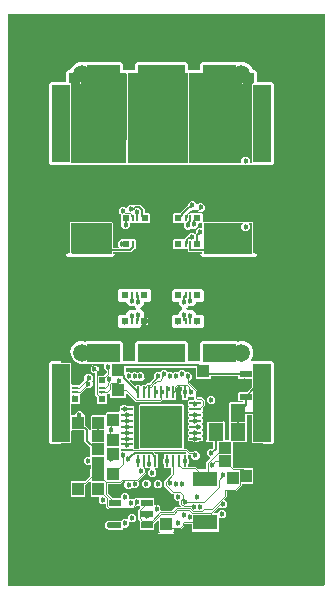
<source format=gbr>
G04 EAGLE Gerber RS-274X export*
G75*
%MOMM*%
%FSLAX34Y34*%
%LPD*%
%INBottom Copper*%
%IPPOS*%
%AMOC8*
5,1,8,0,0,1.08239X$1,22.5*%
G01*
%ADD10C,0.101600*%
%ADD11R,3.200000X1.800000*%
%ADD12R,1.000000X1.100000*%
%ADD13R,1.100000X1.000000*%
%ADD14R,1.300000X1.500000*%
%ADD15R,2.540000X5.080000*%
%ADD16R,1.000000X0.550000*%
%ADD17R,0.620000X0.600000*%
%ADD18R,0.240000X0.600000*%
%ADD19R,0.230000X1.000000*%
%ADD20R,1.000000X0.230000*%
%ADD21R,3.600000X3.600000*%
%ADD22R,0.600000X0.550000*%
%ADD23R,0.600000X0.240000*%
%ADD24R,0.600000X0.450000*%
%ADD25R,2.000000X1.300000*%
%ADD26R,1.016000X0.508000*%
%ADD27C,0.088900*%
%ADD28C,0.454000*%
%ADD29C,0.203200*%
%ADD30R,1.500000X1.500000*%
%ADD31R,0.704000X0.704000*%
%ADD32C,0.152400*%
%ADD33C,1.500000*%

G36*
X254020Y-13458D02*
X254020Y-13458D01*
X254039Y-13460D01*
X254141Y-13438D01*
X254243Y-13422D01*
X254260Y-13412D01*
X254280Y-13408D01*
X254369Y-13355D01*
X254460Y-13306D01*
X254474Y-13292D01*
X254491Y-13282D01*
X254558Y-13203D01*
X254630Y-13128D01*
X254638Y-13110D01*
X254651Y-13095D01*
X254690Y-12999D01*
X254733Y-12905D01*
X254735Y-12885D01*
X254743Y-12867D01*
X254761Y-12700D01*
X254761Y469900D01*
X254758Y469920D01*
X254760Y469939D01*
X254738Y470041D01*
X254722Y470143D01*
X254712Y470160D01*
X254708Y470180D01*
X254655Y470269D01*
X254606Y470360D01*
X254592Y470374D01*
X254582Y470391D01*
X254503Y470458D01*
X254428Y470530D01*
X254410Y470538D01*
X254395Y470551D01*
X254299Y470590D01*
X254205Y470633D01*
X254185Y470635D01*
X254167Y470643D01*
X254000Y470661D01*
X-12700Y470661D01*
X-12720Y470658D01*
X-12739Y470660D01*
X-12841Y470638D01*
X-12943Y470622D01*
X-12960Y470612D01*
X-12980Y470608D01*
X-13069Y470555D01*
X-13160Y470506D01*
X-13174Y470492D01*
X-13191Y470482D01*
X-13258Y470403D01*
X-13330Y470328D01*
X-13338Y470310D01*
X-13351Y470295D01*
X-13390Y470199D01*
X-13433Y470105D01*
X-13435Y470085D01*
X-13443Y470067D01*
X-13461Y469900D01*
X-13461Y-12700D01*
X-13458Y-12720D01*
X-13460Y-12739D01*
X-13438Y-12841D01*
X-13422Y-12943D01*
X-13412Y-12960D01*
X-13408Y-12980D01*
X-13355Y-13069D01*
X-13306Y-13160D01*
X-13292Y-13174D01*
X-13282Y-13191D01*
X-13203Y-13258D01*
X-13128Y-13330D01*
X-13110Y-13338D01*
X-13095Y-13351D01*
X-12999Y-13390D01*
X-12905Y-13433D01*
X-12885Y-13435D01*
X-12867Y-13443D01*
X-12700Y-13461D01*
X254000Y-13461D01*
X254020Y-13458D01*
G37*
%LPC*%
G36*
X114471Y30576D02*
X114471Y30576D01*
X113868Y31179D01*
X114592Y31179D01*
X114607Y31182D01*
X114621Y31180D01*
X114698Y31202D01*
X114775Y31219D01*
X114787Y31228D01*
X114802Y31232D01*
X114862Y31283D01*
X114926Y31330D01*
X114933Y31343D01*
X114944Y31353D01*
X114978Y31425D01*
X115017Y31494D01*
X115018Y31509D01*
X115025Y31522D01*
X115026Y31602D01*
X115032Y31681D01*
X115027Y31695D01*
X115028Y31710D01*
X115011Y31741D01*
X114969Y31857D01*
X114923Y31905D01*
X114906Y31937D01*
X114252Y32591D01*
X114252Y41774D01*
X114249Y41788D01*
X114251Y41803D01*
X114229Y41880D01*
X114213Y41957D01*
X114204Y41969D01*
X114200Y41983D01*
X114148Y42044D01*
X114101Y42108D01*
X114088Y42115D01*
X114079Y42126D01*
X114007Y42160D01*
X113937Y42199D01*
X113923Y42200D01*
X113909Y42206D01*
X113830Y42207D01*
X113751Y42214D01*
X113737Y42209D01*
X113722Y42209D01*
X113691Y42193D01*
X113574Y42151D01*
X113527Y42105D01*
X113495Y42088D01*
X110744Y39337D01*
X110720Y39300D01*
X110689Y39270D01*
X110678Y39235D01*
X110642Y39179D01*
X110624Y39057D01*
X110614Y39023D01*
X110614Y34316D01*
X109869Y33571D01*
X98817Y33571D01*
X98072Y34316D01*
X98072Y40868D01*
X98244Y41040D01*
X98260Y41065D01*
X98283Y41084D01*
X98310Y41143D01*
X98346Y41198D01*
X98350Y41227D01*
X98363Y41253D01*
X98364Y41319D01*
X98373Y41383D01*
X98365Y41411D01*
X98366Y41441D01*
X98347Y41476D01*
X98322Y41563D01*
X98277Y41616D01*
X98276Y41620D01*
X98263Y41634D01*
X98244Y41668D01*
X96675Y43237D01*
X96675Y50947D01*
X98244Y52516D01*
X98260Y52541D01*
X98283Y52560D01*
X98310Y52619D01*
X98346Y52674D01*
X98350Y52703D01*
X98363Y52729D01*
X98364Y52794D01*
X98373Y52859D01*
X98365Y52887D01*
X98366Y52916D01*
X98347Y52952D01*
X98322Y53039D01*
X98263Y53108D01*
X98244Y53144D01*
X98072Y53316D01*
X98072Y53450D01*
X98069Y53465D01*
X98071Y53479D01*
X98049Y53556D01*
X98033Y53633D01*
X98024Y53645D01*
X98020Y53660D01*
X97968Y53720D01*
X97921Y53784D01*
X97908Y53791D01*
X97898Y53802D01*
X97827Y53836D01*
X97757Y53875D01*
X97743Y53876D01*
X97729Y53882D01*
X97650Y53884D01*
X97571Y53890D01*
X97557Y53885D01*
X97542Y53885D01*
X97511Y53869D01*
X97503Y53866D01*
X95602Y53866D01*
X95559Y53857D01*
X95516Y53857D01*
X95484Y53840D01*
X95419Y53826D01*
X95320Y53753D01*
X95288Y53736D01*
X92727Y51174D01*
X71238Y51174D01*
X69278Y53134D01*
X69278Y55268D01*
X69275Y55282D01*
X69277Y55297D01*
X69255Y55374D01*
X69238Y55451D01*
X69229Y55463D01*
X69225Y55477D01*
X69174Y55538D01*
X69127Y55602D01*
X69114Y55609D01*
X69104Y55620D01*
X69032Y55654D01*
X68963Y55693D01*
X68948Y55694D01*
X68935Y55700D01*
X68855Y55701D01*
X68776Y55708D01*
X68762Y55703D01*
X68747Y55703D01*
X68716Y55687D01*
X68600Y55645D01*
X68552Y55599D01*
X68520Y55582D01*
X68475Y55537D01*
X65542Y55537D01*
X63468Y57611D01*
X63468Y60544D01*
X63722Y60798D01*
X63730Y60810D01*
X63741Y60819D01*
X63780Y60888D01*
X63823Y60955D01*
X63825Y60970D01*
X63832Y60983D01*
X63839Y61061D01*
X63851Y61140D01*
X63847Y61155D01*
X63848Y61169D01*
X63821Y61244D01*
X63799Y61321D01*
X63790Y61332D01*
X63785Y61346D01*
X63729Y61403D01*
X63678Y61464D01*
X63665Y61470D01*
X63654Y61480D01*
X63620Y61491D01*
X63509Y61544D01*
X63442Y61545D01*
X63408Y61555D01*
X57330Y61555D01*
X56585Y62300D01*
X56585Y73673D01*
X56576Y73716D01*
X56577Y73759D01*
X56560Y73791D01*
X56546Y73856D01*
X56472Y73955D01*
X56455Y73987D01*
X56085Y74357D01*
X56085Y74768D01*
X56082Y74783D01*
X56084Y74797D01*
X56062Y74874D01*
X56046Y74951D01*
X56037Y74963D01*
X56033Y74977D01*
X55981Y75038D01*
X55934Y75102D01*
X55921Y75109D01*
X55912Y75120D01*
X55840Y75154D01*
X55770Y75193D01*
X55756Y75194D01*
X55742Y75200D01*
X55663Y75202D01*
X55584Y75208D01*
X55570Y75203D01*
X55555Y75203D01*
X55524Y75187D01*
X55407Y75145D01*
X55360Y75099D01*
X55328Y75082D01*
X52431Y72185D01*
X52387Y72176D01*
X52364Y72158D01*
X52336Y72148D01*
X52289Y72103D01*
X52237Y72064D01*
X52223Y72039D01*
X52202Y72018D01*
X52190Y71979D01*
X52146Y71900D01*
X52138Y71810D01*
X52127Y71772D01*
X52127Y62300D01*
X51382Y61555D01*
X40330Y61555D01*
X39585Y62300D01*
X39585Y74352D01*
X40330Y75097D01*
X51385Y75097D01*
X51428Y75106D01*
X51471Y75105D01*
X51503Y75122D01*
X51568Y75136D01*
X51667Y75210D01*
X51699Y75227D01*
X55955Y79483D01*
X55979Y79520D01*
X56010Y79551D01*
X56021Y79585D01*
X56057Y79641D01*
X56075Y79763D01*
X56085Y79797D01*
X56085Y85409D01*
X56455Y85779D01*
X56479Y85816D01*
X56510Y85847D01*
X56521Y85881D01*
X56557Y85937D01*
X56575Y86059D01*
X56585Y86093D01*
X56585Y88336D01*
X56579Y88364D01*
X56581Y88393D01*
X56559Y88455D01*
X56546Y88519D01*
X56528Y88542D01*
X56518Y88570D01*
X56473Y88617D01*
X56434Y88669D01*
X56409Y88683D01*
X56388Y88704D01*
X56349Y88716D01*
X56270Y88760D01*
X56180Y88768D01*
X56142Y88779D01*
X53230Y88779D01*
X51156Y90853D01*
X51156Y93787D01*
X53230Y95861D01*
X55642Y95861D01*
X55670Y95867D01*
X55699Y95865D01*
X55761Y95887D01*
X55825Y95900D01*
X55848Y95918D01*
X55876Y95928D01*
X55923Y95973D01*
X55975Y96012D01*
X55989Y96037D01*
X56010Y96058D01*
X56022Y96097D01*
X56066Y96176D01*
X56074Y96266D01*
X56085Y96304D01*
X56085Y103601D01*
X56076Y103643D01*
X56077Y103687D01*
X56060Y103719D01*
X56046Y103784D01*
X55972Y103883D01*
X55955Y103915D01*
X51355Y108515D01*
X51355Y117246D01*
X51349Y117274D01*
X51351Y117303D01*
X51329Y117365D01*
X51316Y117429D01*
X51298Y117452D01*
X51288Y117480D01*
X51243Y117527D01*
X51204Y117579D01*
X51179Y117593D01*
X51158Y117614D01*
X51119Y117626D01*
X51040Y117670D01*
X50950Y117678D01*
X50912Y117689D01*
X40710Y117689D01*
X40682Y117683D01*
X40653Y117685D01*
X40591Y117663D01*
X40527Y117650D01*
X40504Y117632D01*
X40476Y117622D01*
X40429Y117577D01*
X40377Y117538D01*
X40363Y117513D01*
X40342Y117492D01*
X40330Y117453D01*
X40286Y117374D01*
X40278Y117284D01*
X40267Y117246D01*
X40267Y108179D01*
X39522Y107434D01*
X31496Y107434D01*
X31467Y107428D01*
X31438Y107430D01*
X31377Y107408D01*
X31313Y107395D01*
X31289Y107377D01*
X31262Y107367D01*
X31215Y107322D01*
X31162Y107283D01*
X31148Y107258D01*
X31127Y107237D01*
X31115Y107198D01*
X31071Y107119D01*
X31064Y107029D01*
X31052Y106991D01*
X31052Y106164D01*
X22944Y106164D01*
X21455Y107653D01*
X21455Y175049D01*
X22944Y176538D01*
X31052Y176538D01*
X31052Y175711D01*
X31058Y175683D01*
X31056Y175654D01*
X31078Y175592D01*
X31092Y175528D01*
X31109Y175505D01*
X31119Y175477D01*
X31165Y175430D01*
X31203Y175378D01*
X31229Y175364D01*
X31249Y175343D01*
X31288Y175331D01*
X31367Y175287D01*
X31457Y175279D01*
X31496Y175268D01*
X39522Y175268D01*
X40267Y174523D01*
X40267Y157188D01*
X40272Y157164D01*
X40271Y157146D01*
X40272Y157143D01*
X40271Y157131D01*
X40293Y157069D01*
X40306Y157005D01*
X40324Y156982D01*
X40334Y156954D01*
X40379Y156907D01*
X40418Y156855D01*
X40443Y156841D01*
X40464Y156820D01*
X40503Y156808D01*
X40582Y156764D01*
X40672Y156756D01*
X40710Y156745D01*
X47105Y156745D01*
X47148Y156754D01*
X47192Y156753D01*
X47224Y156770D01*
X47288Y156784D01*
X47388Y156858D01*
X47419Y156875D01*
X51193Y160649D01*
X51217Y160686D01*
X51248Y160716D01*
X51259Y160751D01*
X51295Y160807D01*
X51313Y160929D01*
X51323Y160963D01*
X51323Y163900D01*
X53397Y165974D01*
X56331Y165974D01*
X58405Y163900D01*
X58405Y160966D01*
X57518Y160080D01*
X57502Y160055D01*
X57480Y160036D01*
X57452Y159977D01*
X57417Y159922D01*
X57412Y159893D01*
X57400Y159867D01*
X57399Y159802D01*
X57389Y159737D01*
X57397Y159709D01*
X57397Y159680D01*
X57416Y159644D01*
X57441Y159557D01*
X57499Y159488D01*
X57518Y159452D01*
X58286Y158685D01*
X58286Y155751D01*
X56212Y153677D01*
X53275Y153677D01*
X53232Y153668D01*
X53189Y153669D01*
X53157Y153652D01*
X53092Y153638D01*
X52993Y153564D01*
X52961Y153547D01*
X48354Y148940D01*
X48148Y148940D01*
X48120Y148934D01*
X48091Y148936D01*
X48029Y148914D01*
X47965Y148900D01*
X47942Y148883D01*
X47914Y148873D01*
X47867Y148827D01*
X47815Y148789D01*
X47801Y148763D01*
X47780Y148743D01*
X47768Y148704D01*
X47724Y148625D01*
X47719Y148562D01*
X47520Y148363D01*
X47504Y148338D01*
X47482Y148319D01*
X47454Y148260D01*
X47418Y148205D01*
X47414Y148176D01*
X47401Y148150D01*
X47400Y148085D01*
X47391Y148020D01*
X47399Y147992D01*
X47398Y147963D01*
X47417Y147927D01*
X47442Y147840D01*
X47501Y147771D01*
X47520Y147735D01*
X47705Y147550D01*
X47705Y140998D01*
X46960Y140253D01*
X40710Y140253D01*
X40682Y140247D01*
X40653Y140249D01*
X40591Y140227D01*
X40527Y140214D01*
X40504Y140196D01*
X40476Y140186D01*
X40429Y140141D01*
X40377Y140102D01*
X40363Y140077D01*
X40342Y140056D01*
X40330Y140017D01*
X40286Y139938D01*
X40278Y139848D01*
X40267Y139810D01*
X40267Y131674D01*
X40273Y131646D01*
X40271Y131617D01*
X40293Y131555D01*
X40306Y131491D01*
X40324Y131468D01*
X40334Y131440D01*
X40379Y131393D01*
X40418Y131341D01*
X40443Y131327D01*
X40464Y131306D01*
X40503Y131294D01*
X40582Y131250D01*
X40672Y131242D01*
X40710Y131231D01*
X43006Y131231D01*
X43034Y131237D01*
X43063Y131235D01*
X43125Y131257D01*
X43189Y131270D01*
X43212Y131288D01*
X43240Y131298D01*
X43287Y131343D01*
X43339Y131382D01*
X43353Y131407D01*
X43374Y131428D01*
X43386Y131467D01*
X43430Y131546D01*
X43438Y131636D01*
X43449Y131674D01*
X43449Y132286D01*
X45523Y134360D01*
X48457Y134360D01*
X50531Y132286D01*
X50531Y131674D01*
X50537Y131646D01*
X50535Y131617D01*
X50557Y131555D01*
X50570Y131491D01*
X50588Y131468D01*
X50598Y131440D01*
X50643Y131393D01*
X50682Y131341D01*
X50707Y131327D01*
X50728Y131306D01*
X50767Y131294D01*
X50846Y131250D01*
X50936Y131242D01*
X50974Y131231D01*
X51382Y131231D01*
X52127Y130486D01*
X52127Y122157D01*
X52133Y122129D01*
X52131Y122100D01*
X52153Y122038D01*
X52166Y121974D01*
X52184Y121951D01*
X52194Y121923D01*
X52239Y121876D01*
X52278Y121824D01*
X52303Y121810D01*
X52324Y121789D01*
X52363Y121777D01*
X52442Y121733D01*
X52532Y121725D01*
X52570Y121714D01*
X52934Y121714D01*
X55167Y119481D01*
X55167Y110277D01*
X55176Y110235D01*
X55175Y110191D01*
X55192Y110159D01*
X55206Y110094D01*
X55280Y109995D01*
X55297Y109964D01*
X55328Y109932D01*
X55340Y109924D01*
X55349Y109912D01*
X55418Y109874D01*
X55485Y109831D01*
X55500Y109829D01*
X55513Y109821D01*
X55592Y109815D01*
X55670Y109803D01*
X55685Y109807D01*
X55699Y109806D01*
X55774Y109833D01*
X55850Y109855D01*
X55862Y109864D01*
X55876Y109869D01*
X55933Y109925D01*
X55993Y109976D01*
X56000Y109989D01*
X56010Y109999D01*
X56021Y110034D01*
X56074Y110145D01*
X56075Y110211D01*
X56085Y110246D01*
X56085Y118429D01*
X56455Y118799D01*
X56479Y118836D01*
X56510Y118867D01*
X56521Y118901D01*
X56557Y118957D01*
X56575Y119079D01*
X56585Y119113D01*
X56585Y130486D01*
X57330Y131231D01*
X68382Y131231D01*
X68537Y131076D01*
X68549Y131068D01*
X68558Y131056D01*
X68628Y131018D01*
X68694Y130975D01*
X68709Y130973D01*
X68722Y130965D01*
X68801Y130959D01*
X68879Y130947D01*
X68894Y130951D01*
X68908Y130950D01*
X68983Y130977D01*
X69060Y130999D01*
X69071Y131008D01*
X69085Y131013D01*
X69142Y131069D01*
X69203Y131120D01*
X69209Y131133D01*
X69219Y131144D01*
X69230Y131178D01*
X69283Y131289D01*
X69284Y131355D01*
X69294Y131390D01*
X69294Y133144D01*
X70039Y133889D01*
X80618Y133889D01*
X80646Y133895D01*
X80675Y133893D01*
X80737Y133915D01*
X80801Y133928D01*
X80824Y133946D01*
X80852Y133956D01*
X80899Y134001D01*
X80951Y134040D01*
X80965Y134065D01*
X80986Y134086D01*
X80998Y134125D01*
X81042Y134204D01*
X81050Y134294D01*
X81061Y134332D01*
X81061Y137834D01*
X81806Y138579D01*
X82269Y138579D01*
X82311Y138588D01*
X82355Y138587D01*
X82387Y138604D01*
X82452Y138618D01*
X82551Y138692D01*
X82582Y138709D01*
X83794Y139920D01*
X86727Y139920D01*
X87938Y138709D01*
X87975Y138685D01*
X88005Y138654D01*
X88040Y138643D01*
X88095Y138607D01*
X88218Y138589D01*
X88252Y138579D01*
X92858Y138579D01*
X93603Y137834D01*
X93603Y134482D01*
X93093Y133972D01*
X93077Y133947D01*
X93055Y133928D01*
X93027Y133869D01*
X92991Y133814D01*
X92987Y133785D01*
X92974Y133759D01*
X92973Y133694D01*
X92964Y133629D01*
X92972Y133601D01*
X92971Y133571D01*
X92990Y133536D01*
X93015Y133449D01*
X93074Y133380D01*
X93093Y133344D01*
X93603Y132834D01*
X93603Y129482D01*
X93093Y128972D01*
X93077Y128947D01*
X93055Y128928D01*
X93027Y128869D01*
X92991Y128814D01*
X92987Y128785D01*
X92974Y128759D01*
X92973Y128694D01*
X92964Y128629D01*
X92972Y128601D01*
X92971Y128571D01*
X92990Y128536D01*
X93015Y128449D01*
X93074Y128380D01*
X93093Y128344D01*
X93603Y127834D01*
X93603Y124482D01*
X93093Y123972D01*
X93077Y123947D01*
X93055Y123928D01*
X93027Y123869D01*
X92991Y123814D01*
X92987Y123785D01*
X92974Y123759D01*
X92973Y123694D01*
X92964Y123629D01*
X92972Y123601D01*
X92971Y123571D01*
X92990Y123536D01*
X93015Y123449D01*
X93074Y123380D01*
X93093Y123344D01*
X93603Y122834D01*
X93603Y119482D01*
X93093Y118972D01*
X93077Y118947D01*
X93055Y118928D01*
X93027Y118869D01*
X92991Y118814D01*
X92987Y118785D01*
X92974Y118759D01*
X92973Y118694D01*
X92964Y118629D01*
X92972Y118601D01*
X92971Y118571D01*
X92990Y118536D01*
X93015Y118449D01*
X93074Y118380D01*
X93093Y118344D01*
X93603Y117834D01*
X93603Y114482D01*
X93093Y113972D01*
X93077Y113947D01*
X93055Y113928D01*
X93027Y113869D01*
X92991Y113814D01*
X92987Y113785D01*
X92974Y113759D01*
X92973Y113694D01*
X92964Y113629D01*
X92972Y113601D01*
X92971Y113571D01*
X92990Y113536D01*
X93015Y113449D01*
X93074Y113380D01*
X93093Y113344D01*
X93603Y112834D01*
X93603Y109482D01*
X93093Y108972D01*
X93077Y108947D01*
X93055Y108928D01*
X93027Y108869D01*
X92991Y108814D01*
X92987Y108785D01*
X92974Y108759D01*
X92973Y108694D01*
X92964Y108629D01*
X92972Y108601D01*
X92971Y108571D01*
X92990Y108536D01*
X93015Y108449D01*
X93074Y108380D01*
X93093Y108344D01*
X93603Y107834D01*
X93603Y104482D01*
X93093Y103972D01*
X93077Y103947D01*
X93055Y103928D01*
X93027Y103869D01*
X92991Y103814D01*
X92987Y103785D01*
X92974Y103759D01*
X92973Y103694D01*
X92964Y103629D01*
X92972Y103601D01*
X92971Y103571D01*
X92990Y103536D01*
X93015Y103449D01*
X93074Y103380D01*
X93093Y103344D01*
X93631Y102806D01*
X93642Y102753D01*
X93660Y102729D01*
X93670Y102702D01*
X93715Y102655D01*
X93754Y102602D01*
X93779Y102588D01*
X93800Y102567D01*
X93839Y102555D01*
X93918Y102511D01*
X94008Y102504D01*
X94046Y102492D01*
X96999Y102492D01*
X97027Y102498D01*
X97056Y102496D01*
X97118Y102518D01*
X97182Y102532D01*
X97205Y102549D01*
X97233Y102559D01*
X97280Y102605D01*
X97332Y102643D01*
X97346Y102669D01*
X97367Y102689D01*
X97379Y102728D01*
X97423Y102807D01*
X97431Y102897D01*
X97442Y102936D01*
X97442Y139527D01*
X97963Y140048D01*
X134701Y140048D01*
X135222Y139527D01*
X135222Y102936D01*
X135228Y102907D01*
X135226Y102878D01*
X135248Y102817D01*
X135261Y102753D01*
X135279Y102729D01*
X135289Y102702D01*
X135334Y102655D01*
X135373Y102602D01*
X135398Y102588D01*
X135419Y102567D01*
X135458Y102555D01*
X135537Y102511D01*
X135627Y102504D01*
X135665Y102492D01*
X137899Y102492D01*
X138810Y101581D01*
X140252Y100139D01*
X140289Y100115D01*
X140320Y100084D01*
X140354Y100073D01*
X140410Y100037D01*
X140532Y100019D01*
X140566Y100009D01*
X143242Y100009D01*
X143284Y100018D01*
X143328Y100017D01*
X143360Y100034D01*
X143425Y100048D01*
X143524Y100122D01*
X143555Y100139D01*
X143806Y100390D01*
X146740Y100390D01*
X148814Y98316D01*
X148814Y95382D01*
X146740Y93308D01*
X143806Y93308D01*
X141732Y95382D01*
X141732Y96897D01*
X141726Y96925D01*
X141728Y96954D01*
X141706Y97016D01*
X141693Y97080D01*
X141675Y97103D01*
X141665Y97131D01*
X141620Y97178D01*
X141581Y97230D01*
X141556Y97244D01*
X141535Y97265D01*
X141496Y97277D01*
X141417Y97321D01*
X141327Y97329D01*
X141289Y97340D01*
X139196Y97340D01*
X139168Y97334D01*
X139139Y97336D01*
X139077Y97314D01*
X139013Y97301D01*
X138990Y97283D01*
X138962Y97273D01*
X138915Y97228D01*
X138863Y97189D01*
X138849Y97164D01*
X138828Y97143D01*
X138816Y97104D01*
X138772Y97025D01*
X138764Y96935D01*
X138753Y96897D01*
X138753Y94928D01*
X138762Y94886D01*
X138761Y94842D01*
X138778Y94810D01*
X138792Y94745D01*
X138866Y94646D01*
X138883Y94615D01*
X139873Y93625D01*
X139873Y90691D01*
X138883Y89701D01*
X138859Y89665D01*
X138828Y89634D01*
X138817Y89600D01*
X138781Y89544D01*
X138763Y89421D01*
X138753Y89388D01*
X138753Y87602D01*
X138759Y87574D01*
X138757Y87545D01*
X138779Y87483D01*
X138792Y87419D01*
X138810Y87396D01*
X138820Y87368D01*
X138865Y87321D01*
X138904Y87269D01*
X138929Y87255D01*
X138950Y87234D01*
X138989Y87222D01*
X139068Y87178D01*
X139158Y87170D01*
X139196Y87159D01*
X145572Y87159D01*
X146484Y86247D01*
X147656Y85075D01*
X147693Y85051D01*
X147723Y85020D01*
X147758Y85009D01*
X147814Y84973D01*
X147936Y84955D01*
X147970Y84945D01*
X153818Y84945D01*
X153847Y84951D01*
X153876Y84949D01*
X153937Y84971D01*
X154001Y84984D01*
X154025Y85002D01*
X154052Y85012D01*
X154099Y85057D01*
X154152Y85096D01*
X154166Y85121D01*
X154187Y85142D01*
X154199Y85181D01*
X154243Y85260D01*
X154250Y85350D01*
X154262Y85388D01*
X154262Y90992D01*
X157675Y94405D01*
X157683Y94417D01*
X157695Y94426D01*
X157733Y94495D01*
X157777Y94562D01*
X157779Y94577D01*
X157786Y94590D01*
X157792Y94669D01*
X157804Y94748D01*
X157800Y94762D01*
X157801Y94776D01*
X157774Y94851D01*
X157753Y94928D01*
X157743Y94939D01*
X157738Y94953D01*
X157683Y95010D01*
X157631Y95071D01*
X157618Y95077D01*
X157608Y95087D01*
X157574Y95098D01*
X157462Y95151D01*
X157396Y95152D01*
X157361Y95162D01*
X157297Y95162D01*
X155223Y97236D01*
X155223Y100170D01*
X157297Y102244D01*
X159426Y102244D01*
X159468Y102253D01*
X159512Y102252D01*
X159544Y102269D01*
X159609Y102283D01*
X159708Y102357D01*
X159740Y102374D01*
X160295Y102929D01*
X160319Y102966D01*
X160350Y102997D01*
X160361Y103031D01*
X160397Y103087D01*
X160415Y103209D01*
X160425Y103243D01*
X160425Y107753D01*
X160419Y107781D01*
X160421Y107810D01*
X160399Y107872D01*
X160386Y107936D01*
X160368Y107959D01*
X160358Y107987D01*
X160313Y108034D01*
X160274Y108086D01*
X160249Y108100D01*
X160228Y108121D01*
X160189Y108133D01*
X160110Y108177D01*
X160020Y108185D01*
X159982Y108196D01*
X155305Y108196D01*
X154560Y108941D01*
X154560Y124993D01*
X155305Y125738D01*
X169357Y125738D01*
X170102Y124993D01*
X170102Y110092D01*
X170108Y110064D01*
X170106Y110035D01*
X170128Y109973D01*
X170141Y109909D01*
X170159Y109886D01*
X170169Y109858D01*
X170214Y109811D01*
X170253Y109759D01*
X170278Y109745D01*
X170299Y109724D01*
X170338Y109712D01*
X170417Y109668D01*
X170507Y109660D01*
X170545Y109649D01*
X173117Y109649D01*
X173145Y109655D01*
X173174Y109653D01*
X173236Y109675D01*
X173300Y109688D01*
X173323Y109706D01*
X173351Y109716D01*
X173398Y109761D01*
X173450Y109800D01*
X173464Y109825D01*
X173485Y109846D01*
X173497Y109885D01*
X173541Y109964D01*
X173549Y110054D01*
X173560Y110092D01*
X173560Y140995D01*
X174305Y141740D01*
X185396Y141740D01*
X185424Y141746D01*
X185453Y141744D01*
X185515Y141766D01*
X185579Y141779D01*
X185602Y141797D01*
X185630Y141807D01*
X185677Y141852D01*
X185729Y141891D01*
X185743Y141916D01*
X185764Y141937D01*
X185776Y141976D01*
X185820Y142055D01*
X185828Y142145D01*
X185839Y142183D01*
X185839Y142223D01*
X185835Y142240D01*
X185835Y142241D01*
X185835Y142243D01*
X185833Y142251D01*
X185835Y142280D01*
X185813Y142342D01*
X185800Y142406D01*
X185782Y142429D01*
X185772Y142457D01*
X185727Y142504D01*
X185688Y142556D01*
X185663Y142570D01*
X185642Y142591D01*
X185603Y142603D01*
X185524Y142647D01*
X185434Y142655D01*
X185396Y142666D01*
X182139Y142666D01*
X181394Y143411D01*
X181394Y149543D01*
X182139Y150288D01*
X188677Y150288D01*
X188719Y150297D01*
X188763Y150296D01*
X188795Y150313D01*
X188860Y150327D01*
X188959Y150401D01*
X188991Y150418D01*
X192775Y154202D01*
X192799Y154239D01*
X192830Y154270D01*
X192841Y154304D01*
X192877Y154360D01*
X192884Y154409D01*
X192886Y154413D01*
X192888Y154435D01*
X192895Y154482D01*
X192905Y154516D01*
X192905Y161495D01*
X192899Y161523D01*
X192901Y161552D01*
X192879Y161614D01*
X192866Y161678D01*
X192848Y161701D01*
X192838Y161729D01*
X192793Y161776D01*
X192754Y161828D01*
X192729Y161842D01*
X192708Y161863D01*
X192669Y161875D01*
X192590Y161919D01*
X192500Y161927D01*
X192462Y161938D01*
X182139Y161938D01*
X181394Y162683D01*
X181394Y163400D01*
X181388Y163428D01*
X181390Y163457D01*
X181368Y163519D01*
X181355Y163583D01*
X181337Y163606D01*
X181327Y163634D01*
X181282Y163681D01*
X181243Y163733D01*
X181218Y163747D01*
X181197Y163768D01*
X181158Y163780D01*
X181079Y163824D01*
X180989Y163832D01*
X180951Y163843D01*
X158606Y163843D01*
X158578Y163837D01*
X158549Y163839D01*
X158487Y163817D01*
X158423Y163804D01*
X158400Y163786D01*
X158372Y163776D01*
X158325Y163731D01*
X158273Y163692D01*
X158259Y163667D01*
X158238Y163646D01*
X158226Y163607D01*
X158182Y163528D01*
X158174Y163438D01*
X158163Y163400D01*
X158163Y162494D01*
X157418Y161749D01*
X146366Y161749D01*
X145621Y162494D01*
X145621Y170625D01*
X145615Y170653D01*
X145617Y170682D01*
X145595Y170744D01*
X145582Y170808D01*
X145564Y170831D01*
X145554Y170859D01*
X145509Y170906D01*
X145470Y170958D01*
X145445Y170972D01*
X145424Y170993D01*
X145385Y171005D01*
X145306Y171049D01*
X145216Y171057D01*
X145178Y171068D01*
X87224Y171068D01*
X87196Y171062D01*
X87167Y171064D01*
X87105Y171042D01*
X87041Y171029D01*
X87018Y171011D01*
X86990Y171001D01*
X86943Y170956D01*
X86891Y170917D01*
X86877Y170892D01*
X86856Y170871D01*
X86844Y170832D01*
X86800Y170753D01*
X86792Y170663D01*
X86781Y170625D01*
X86781Y167849D01*
X86787Y167822D01*
X86785Y167796D01*
X86785Y167795D01*
X86785Y167791D01*
X86807Y167730D01*
X86820Y167666D01*
X86838Y167642D01*
X86848Y167615D01*
X86893Y167568D01*
X86932Y167515D01*
X86957Y167501D01*
X86978Y167480D01*
X87017Y167468D01*
X87096Y167424D01*
X87186Y167417D01*
X87224Y167405D01*
X90135Y167405D01*
X90959Y166581D01*
X90984Y166565D01*
X91003Y166543D01*
X91062Y166515D01*
X91116Y166479D01*
X91145Y166475D01*
X91172Y166463D01*
X91237Y166461D01*
X91302Y166452D01*
X91330Y166460D01*
X91359Y166459D01*
X91395Y166478D01*
X91482Y166503D01*
X91551Y166562D01*
X91587Y166581D01*
X92249Y167244D01*
X95183Y167244D01*
X95926Y166500D01*
X95951Y166484D01*
X95970Y166462D01*
X96029Y166434D01*
X96084Y166399D01*
X96113Y166394D01*
X96139Y166382D01*
X96204Y166381D01*
X96269Y166371D01*
X96297Y166379D01*
X96326Y166379D01*
X96362Y166398D01*
X96449Y166423D01*
X96518Y166481D01*
X96554Y166500D01*
X97297Y167244D01*
X100231Y167244D01*
X102305Y165170D01*
X102305Y162236D01*
X100231Y160162D01*
X97297Y160162D01*
X96554Y160906D01*
X96529Y160922D01*
X96510Y160944D01*
X96451Y160972D01*
X96396Y161007D01*
X96367Y161012D01*
X96341Y161024D01*
X96276Y161025D01*
X96211Y161035D01*
X96183Y161027D01*
X96153Y161027D01*
X96118Y161008D01*
X96031Y160983D01*
X95962Y160925D01*
X95926Y160906D01*
X95183Y160162D01*
X92249Y160162D01*
X91425Y160987D01*
X91400Y161003D01*
X91381Y161025D01*
X91322Y161053D01*
X91267Y161088D01*
X91238Y161093D01*
X91212Y161105D01*
X91147Y161106D01*
X91082Y161116D01*
X91054Y161108D01*
X91025Y161108D01*
X90989Y161089D01*
X90902Y161064D01*
X90833Y161006D01*
X90797Y160987D01*
X90135Y160324D01*
X89933Y160324D01*
X89918Y160321D01*
X89904Y160323D01*
X89827Y160301D01*
X89749Y160284D01*
X89738Y160276D01*
X89723Y160272D01*
X89663Y160220D01*
X89599Y160173D01*
X89592Y160160D01*
X89580Y160150D01*
X89546Y160078D01*
X89508Y160009D01*
X89507Y159994D01*
X89500Y159981D01*
X89499Y159901D01*
X89493Y159822D01*
X89498Y159808D01*
X89497Y159794D01*
X89514Y159762D01*
X89556Y159646D01*
X89602Y159598D01*
X89619Y159566D01*
X93392Y155793D01*
X93417Y155777D01*
X93436Y155755D01*
X93495Y155727D01*
X93550Y155691D01*
X93579Y155687D01*
X93605Y155674D01*
X93670Y155673D01*
X93735Y155664D01*
X93763Y155672D01*
X93793Y155671D01*
X93828Y155690D01*
X93915Y155715D01*
X93984Y155774D01*
X94020Y155793D01*
X94656Y156429D01*
X98008Y156429D01*
X98518Y155919D01*
X98543Y155903D01*
X98562Y155881D01*
X98621Y155853D01*
X98676Y155817D01*
X98705Y155813D01*
X98731Y155800D01*
X98796Y155799D01*
X98861Y155790D01*
X98889Y155798D01*
X98918Y155797D01*
X98954Y155816D01*
X99041Y155841D01*
X99110Y155900D01*
X99146Y155919D01*
X99656Y156429D01*
X102496Y156429D01*
X102539Y156438D01*
X102583Y156437D01*
X102615Y156454D01*
X102679Y156468D01*
X102779Y156542D01*
X102810Y156559D01*
X104077Y157826D01*
X105816Y157826D01*
X105859Y157835D01*
X105903Y157834D01*
X105935Y157851D01*
X105999Y157865D01*
X106099Y157939D01*
X106130Y157956D01*
X110093Y161919D01*
X110117Y161956D01*
X110148Y161986D01*
X110159Y162021D01*
X110195Y162077D01*
X110213Y162199D01*
X110223Y162233D01*
X110223Y165170D01*
X112297Y167244D01*
X114975Y167244D01*
X115017Y167253D01*
X115061Y167252D01*
X115093Y167269D01*
X115158Y167283D01*
X115257Y167357D01*
X115288Y167374D01*
X117297Y169383D01*
X120231Y169383D01*
X122240Y167374D01*
X122276Y167350D01*
X122307Y167319D01*
X122341Y167308D01*
X122397Y167272D01*
X122520Y167254D01*
X122553Y167244D01*
X125231Y167244D01*
X125974Y166500D01*
X125999Y166484D01*
X126018Y166462D01*
X126077Y166434D01*
X126132Y166399D01*
X126161Y166394D01*
X126187Y166382D01*
X126252Y166381D01*
X126317Y166371D01*
X126345Y166379D01*
X126375Y166379D01*
X126410Y166398D01*
X126497Y166423D01*
X126566Y166481D01*
X126602Y166500D01*
X127345Y167244D01*
X129975Y167244D01*
X130017Y167253D01*
X130061Y167252D01*
X130093Y167269D01*
X130158Y167283D01*
X130257Y167357D01*
X130288Y167374D01*
X132321Y169407D01*
X135255Y169407D01*
X137288Y167374D01*
X137324Y167350D01*
X137355Y167319D01*
X137389Y167308D01*
X137445Y167272D01*
X137568Y167254D01*
X137601Y167244D01*
X140231Y167244D01*
X142305Y165170D01*
X142305Y162236D01*
X140228Y160160D01*
X140205Y160123D01*
X140173Y160093D01*
X140163Y160058D01*
X140127Y160002D01*
X140108Y159880D01*
X140098Y159846D01*
X140098Y159013D01*
X140107Y158970D01*
X140107Y158926D01*
X140124Y158894D01*
X140138Y158830D01*
X140197Y158750D01*
X140199Y158745D01*
X140207Y158736D01*
X140211Y158730D01*
X140228Y158699D01*
X146893Y152035D01*
X146893Y146464D01*
X146899Y146436D01*
X146897Y146407D01*
X146919Y146345D01*
X146932Y146281D01*
X146950Y146258D01*
X146960Y146230D01*
X147005Y146183D01*
X147044Y146131D01*
X147069Y146117D01*
X147090Y146096D01*
X147129Y146084D01*
X147208Y146040D01*
X147298Y146032D01*
X147336Y146021D01*
X150392Y146021D01*
X153000Y143413D01*
X153000Y138903D01*
X152794Y138697D01*
X151733Y137636D01*
X151709Y137599D01*
X151678Y137569D01*
X151667Y137534D01*
X151631Y137479D01*
X151613Y137356D01*
X151603Y137322D01*
X151603Y134482D01*
X151093Y133972D01*
X151077Y133947D01*
X151055Y133928D01*
X151027Y133869D01*
X150991Y133814D01*
X150987Y133785D01*
X150974Y133759D01*
X150973Y133694D01*
X150964Y133629D01*
X150972Y133601D01*
X150971Y133572D01*
X150990Y133536D01*
X151015Y133449D01*
X151074Y133380D01*
X151093Y133344D01*
X151603Y132834D01*
X151603Y129482D01*
X151093Y128972D01*
X151077Y128947D01*
X151055Y128928D01*
X151027Y128869D01*
X150991Y128814D01*
X150987Y128785D01*
X150974Y128759D01*
X150973Y128694D01*
X150964Y128629D01*
X150972Y128601D01*
X150971Y128572D01*
X150990Y128536D01*
X151015Y128449D01*
X151074Y128380D01*
X151093Y128344D01*
X151603Y127834D01*
X151603Y124482D01*
X151093Y123972D01*
X151077Y123947D01*
X151055Y123928D01*
X151027Y123869D01*
X150991Y123814D01*
X150987Y123785D01*
X150974Y123759D01*
X150973Y123694D01*
X150964Y123629D01*
X150972Y123601D01*
X150971Y123572D01*
X150990Y123536D01*
X151015Y123449D01*
X151074Y123380D01*
X151093Y123344D01*
X151603Y122834D01*
X151603Y119482D01*
X151093Y118972D01*
X151077Y118947D01*
X151055Y118928D01*
X151027Y118869D01*
X150991Y118814D01*
X150987Y118785D01*
X150974Y118759D01*
X150973Y118694D01*
X150964Y118629D01*
X150972Y118601D01*
X150971Y118572D01*
X150990Y118536D01*
X151015Y118449D01*
X151074Y118380D01*
X151093Y118344D01*
X151603Y117834D01*
X151603Y114482D01*
X151093Y113972D01*
X151077Y113947D01*
X151055Y113928D01*
X151027Y113869D01*
X150991Y113814D01*
X150987Y113785D01*
X150974Y113759D01*
X150973Y113694D01*
X150964Y113629D01*
X150972Y113601D01*
X150971Y113572D01*
X150990Y113536D01*
X151015Y113449D01*
X151074Y113380D01*
X151093Y113344D01*
X151603Y112834D01*
X151603Y109482D01*
X150858Y108737D01*
X148102Y108737D01*
X148060Y108728D01*
X148016Y108729D01*
X147984Y108712D01*
X147919Y108698D01*
X147820Y108624D01*
X147789Y108607D01*
X146799Y107617D01*
X143865Y107617D01*
X142875Y108607D01*
X142839Y108631D01*
X142808Y108662D01*
X142774Y108673D01*
X142718Y108709D01*
X142595Y108727D01*
X142562Y108737D01*
X139806Y108737D01*
X139061Y109482D01*
X139061Y112834D01*
X139571Y113344D01*
X139587Y113369D01*
X139609Y113388D01*
X139637Y113447D01*
X139673Y113502D01*
X139677Y113531D01*
X139690Y113557D01*
X139691Y113622D01*
X139700Y113687D01*
X139692Y113715D01*
X139693Y113745D01*
X139674Y113780D01*
X139649Y113867D01*
X139590Y113936D01*
X139571Y113972D01*
X139061Y114482D01*
X139061Y117834D01*
X139571Y118344D01*
X139587Y118369D01*
X139609Y118388D01*
X139637Y118447D01*
X139673Y118502D01*
X139677Y118531D01*
X139690Y118557D01*
X139691Y118622D01*
X139700Y118687D01*
X139692Y118715D01*
X139693Y118745D01*
X139674Y118780D01*
X139649Y118867D01*
X139590Y118936D01*
X139571Y118972D01*
X139061Y119482D01*
X139061Y122834D01*
X139571Y123344D01*
X139587Y123369D01*
X139609Y123388D01*
X139637Y123447D01*
X139673Y123502D01*
X139677Y123531D01*
X139690Y123557D01*
X139691Y123622D01*
X139700Y123687D01*
X139692Y123715D01*
X139693Y123745D01*
X139674Y123780D01*
X139649Y123867D01*
X139590Y123936D01*
X139571Y123972D01*
X139061Y124482D01*
X139061Y127834D01*
X139571Y128344D01*
X139587Y128369D01*
X139609Y128388D01*
X139637Y128447D01*
X139673Y128502D01*
X139677Y128531D01*
X139690Y128557D01*
X139691Y128622D01*
X139700Y128687D01*
X139692Y128715D01*
X139693Y128745D01*
X139674Y128780D01*
X139649Y128867D01*
X139590Y128936D01*
X139571Y128972D01*
X139061Y129482D01*
X139061Y132834D01*
X139571Y133344D01*
X139587Y133369D01*
X139609Y133388D01*
X139637Y133447D01*
X139673Y133502D01*
X139677Y133531D01*
X139690Y133557D01*
X139691Y133622D01*
X139700Y133687D01*
X139692Y133715D01*
X139693Y133745D01*
X139674Y133780D01*
X139649Y133867D01*
X139609Y133914D01*
X139607Y133920D01*
X139589Y133938D01*
X139571Y133972D01*
X139061Y134482D01*
X139061Y137834D01*
X139571Y138344D01*
X139587Y138369D01*
X139609Y138388D01*
X139637Y138447D01*
X139673Y138502D01*
X139677Y138531D01*
X139690Y138557D01*
X139691Y138622D01*
X139700Y138687D01*
X139692Y138715D01*
X139693Y138745D01*
X139674Y138780D01*
X139649Y138867D01*
X139590Y138936D01*
X139571Y138972D01*
X139061Y139482D01*
X139061Y142834D01*
X139806Y143579D01*
X143177Y143579D01*
X143220Y143588D01*
X143264Y143587D01*
X143296Y143604D01*
X143360Y143618D01*
X143460Y143692D01*
X143491Y143709D01*
X143806Y144024D01*
X144044Y144024D01*
X144058Y144027D01*
X144073Y144025D01*
X144150Y144047D01*
X144227Y144064D01*
X144239Y144072D01*
X144253Y144076D01*
X144314Y144128D01*
X144378Y144175D01*
X144385Y144188D01*
X144396Y144198D01*
X144430Y144270D01*
X144469Y144339D01*
X144470Y144354D01*
X144476Y144367D01*
X144477Y144446D01*
X144484Y144526D01*
X144479Y144540D01*
X144479Y144554D01*
X144462Y144585D01*
X144421Y144702D01*
X144375Y144750D01*
X144358Y144782D01*
X144224Y144915D01*
X144224Y146930D01*
X144221Y146944D01*
X144223Y146959D01*
X144201Y147035D01*
X144185Y147113D01*
X144176Y147125D01*
X144172Y147139D01*
X144120Y147199D01*
X144073Y147263D01*
X144060Y147270D01*
X144051Y147282D01*
X143979Y147316D01*
X143909Y147354D01*
X143895Y147355D01*
X143881Y147362D01*
X143802Y147363D01*
X143723Y147370D01*
X143709Y147365D01*
X143694Y147365D01*
X143663Y147348D01*
X143546Y147307D01*
X143499Y147260D01*
X143467Y147243D01*
X142895Y146671D01*
X139961Y146671D01*
X139510Y147122D01*
X139498Y147130D01*
X139489Y147142D01*
X139420Y147181D01*
X139353Y147224D01*
X139338Y147226D01*
X139325Y147233D01*
X139246Y147240D01*
X139167Y147251D01*
X139153Y147247D01*
X139139Y147249D01*
X139064Y147222D01*
X138987Y147200D01*
X138976Y147191D01*
X138962Y147186D01*
X138905Y147130D01*
X138844Y147079D01*
X138838Y147066D01*
X138828Y147055D01*
X138817Y147021D01*
X138764Y146909D01*
X138763Y146843D01*
X138753Y146809D01*
X138753Y144632D01*
X138008Y143887D01*
X134656Y143887D01*
X133911Y144632D01*
X133911Y147490D01*
X133902Y147532D01*
X133903Y147576D01*
X133886Y147608D01*
X133872Y147673D01*
X133798Y147772D01*
X133781Y147803D01*
X132839Y148745D01*
X132839Y151679D01*
X133781Y152621D01*
X133805Y152657D01*
X133836Y152688D01*
X133847Y152722D01*
X133883Y152778D01*
X133901Y152901D01*
X133911Y152934D01*
X133911Y154714D01*
X133905Y154742D01*
X133907Y154771D01*
X133885Y154833D01*
X133872Y154897D01*
X133854Y154920D01*
X133844Y154948D01*
X133799Y154995D01*
X133760Y155047D01*
X133735Y155061D01*
X133714Y155082D01*
X133675Y155094D01*
X133596Y155138D01*
X133506Y155146D01*
X133468Y155157D01*
X130366Y155157D01*
X130323Y155148D01*
X130280Y155149D01*
X130248Y155132D01*
X130183Y155118D01*
X130084Y155044D01*
X130052Y155027D01*
X129193Y154168D01*
X129169Y154131D01*
X129138Y154100D01*
X129127Y154066D01*
X129091Y154010D01*
X129073Y153888D01*
X129063Y153854D01*
X129063Y151002D01*
X128883Y150822D01*
X128859Y150785D01*
X128828Y150755D01*
X128817Y150720D01*
X128781Y150664D01*
X128763Y150542D01*
X128753Y150508D01*
X128753Y144632D01*
X128008Y143887D01*
X124656Y143887D01*
X124146Y144397D01*
X124121Y144413D01*
X124102Y144435D01*
X124043Y144463D01*
X123988Y144499D01*
X123959Y144503D01*
X123933Y144516D01*
X123868Y144517D01*
X123803Y144526D01*
X123775Y144518D01*
X123745Y144519D01*
X123710Y144500D01*
X123623Y144475D01*
X123554Y144416D01*
X123518Y144397D01*
X123008Y143887D01*
X119656Y143887D01*
X119146Y144397D01*
X119121Y144413D01*
X119102Y144435D01*
X119043Y144463D01*
X118988Y144499D01*
X118959Y144503D01*
X118933Y144516D01*
X118868Y144517D01*
X118803Y144526D01*
X118775Y144518D01*
X118745Y144519D01*
X118710Y144500D01*
X118623Y144475D01*
X118554Y144416D01*
X118518Y144397D01*
X118008Y143887D01*
X117637Y143887D01*
X117594Y143878D01*
X117550Y143879D01*
X117518Y143862D01*
X117454Y143848D01*
X117354Y143774D01*
X117323Y143757D01*
X116056Y142490D01*
X94077Y142490D01*
X93165Y143402D01*
X87538Y149029D01*
X87526Y149037D01*
X87517Y149049D01*
X87448Y149087D01*
X87381Y149131D01*
X87366Y149133D01*
X87353Y149140D01*
X87274Y149146D01*
X87195Y149158D01*
X87181Y149154D01*
X87167Y149155D01*
X87092Y149128D01*
X87015Y149107D01*
X87004Y149097D01*
X86990Y149092D01*
X86933Y149037D01*
X86872Y148985D01*
X86866Y148972D01*
X86856Y148962D01*
X86845Y148928D01*
X86792Y148816D01*
X86791Y148750D01*
X86781Y148715D01*
X86781Y146502D01*
X86036Y145757D01*
X73984Y145757D01*
X73239Y146502D01*
X73239Y150140D01*
X73236Y150154D01*
X73238Y150169D01*
X73216Y150245D01*
X73200Y150323D01*
X73191Y150335D01*
X73187Y150349D01*
X73135Y150409D01*
X73088Y150473D01*
X73075Y150480D01*
X73066Y150492D01*
X72994Y150526D01*
X72924Y150564D01*
X72910Y150565D01*
X72896Y150572D01*
X72817Y150573D01*
X72738Y150580D01*
X72724Y150575D01*
X72709Y150575D01*
X72678Y150558D01*
X72561Y150516D01*
X72514Y150470D01*
X72482Y150453D01*
X71880Y149851D01*
X70968Y148940D01*
X70648Y148940D01*
X70620Y148934D01*
X70591Y148936D01*
X70529Y148914D01*
X70465Y148900D01*
X70442Y148883D01*
X70414Y148873D01*
X70367Y148827D01*
X70315Y148789D01*
X70301Y148763D01*
X70280Y148743D01*
X70268Y148704D01*
X70224Y148625D01*
X70219Y148562D01*
X70020Y148363D01*
X70004Y148338D01*
X69982Y148319D01*
X69954Y148260D01*
X69918Y148205D01*
X69914Y148176D01*
X69901Y148150D01*
X69900Y148085D01*
X69891Y148020D01*
X69899Y147992D01*
X69898Y147962D01*
X69917Y147927D01*
X69942Y147840D01*
X70001Y147771D01*
X70020Y147735D01*
X70205Y147550D01*
X70205Y140998D01*
X69460Y140253D01*
X62408Y140253D01*
X61663Y140998D01*
X61663Y146388D01*
X61654Y146431D01*
X61655Y146475D01*
X61638Y146507D01*
X61624Y146571D01*
X61550Y146671D01*
X61533Y146702D01*
X61178Y147057D01*
X60266Y147969D01*
X60266Y165942D01*
X60260Y165970D01*
X60262Y165999D01*
X60240Y166061D01*
X60227Y166125D01*
X60209Y166148D01*
X60199Y166176D01*
X60154Y166223D01*
X60115Y166275D01*
X60090Y166289D01*
X60069Y166310D01*
X60030Y166322D01*
X59951Y166366D01*
X59861Y166374D01*
X59823Y166385D01*
X58308Y166385D01*
X56234Y168459D01*
X56234Y171393D01*
X58308Y173467D01*
X61242Y173467D01*
X63316Y171393D01*
X63316Y168459D01*
X63065Y168208D01*
X63041Y168172D01*
X63010Y168141D01*
X62999Y168107D01*
X62963Y168051D01*
X62945Y167928D01*
X62935Y167895D01*
X62935Y164738D01*
X62940Y164712D01*
X62939Y164690D01*
X62939Y164688D01*
X62939Y164681D01*
X62961Y164619D01*
X62974Y164555D01*
X62992Y164532D01*
X63002Y164504D01*
X63047Y164457D01*
X63086Y164405D01*
X63111Y164391D01*
X63132Y164370D01*
X63171Y164358D01*
X63250Y164314D01*
X63340Y164306D01*
X63378Y164295D01*
X67628Y164295D01*
X67671Y164304D01*
X67714Y164303D01*
X67746Y164320D01*
X67811Y164334D01*
X67910Y164408D01*
X67942Y164425D01*
X69887Y166370D01*
X69910Y166407D01*
X69942Y166437D01*
X69952Y166472D01*
X69988Y166527D01*
X70007Y166650D01*
X70017Y166684D01*
X70017Y168267D01*
X70008Y168310D01*
X70008Y168354D01*
X69991Y168386D01*
X69977Y168450D01*
X69922Y168525D01*
X69919Y168532D01*
X69908Y168544D01*
X69904Y168550D01*
X69887Y168581D01*
X67810Y170658D01*
X67810Y173591D01*
X68079Y173860D01*
X68087Y173872D01*
X68099Y173881D01*
X68138Y173950D01*
X68181Y174017D01*
X68183Y174032D01*
X68190Y174045D01*
X68197Y174124D01*
X68208Y174202D01*
X68204Y174217D01*
X68205Y174231D01*
X68179Y174306D01*
X68157Y174383D01*
X68147Y174394D01*
X68142Y174408D01*
X68087Y174465D01*
X68036Y174526D01*
X68022Y174532D01*
X68012Y174542D01*
X67978Y174553D01*
X67866Y174606D01*
X67800Y174607D01*
X67766Y174617D01*
X53442Y174617D01*
X52831Y175228D01*
X52800Y175248D01*
X52775Y175275D01*
X52722Y175298D01*
X52673Y175330D01*
X52637Y175335D01*
X52603Y175350D01*
X52565Y175346D01*
X52488Y175357D01*
X52386Y175328D01*
X52347Y175325D01*
X50640Y174617D01*
X47150Y174617D01*
X43927Y175953D01*
X41460Y178420D01*
X40124Y181643D01*
X40124Y183388D01*
X40118Y183416D01*
X40120Y183443D01*
X40120Y183444D01*
X40120Y183446D01*
X40098Y183507D01*
X40085Y183571D01*
X40067Y183595D01*
X40057Y183622D01*
X40012Y183669D01*
X39973Y183722D01*
X39948Y183736D01*
X39927Y183757D01*
X39888Y183769D01*
X39809Y183813D01*
X39719Y183820D01*
X39681Y183832D01*
X38854Y183832D01*
X38854Y185385D01*
X40383Y189076D01*
X43207Y191900D01*
X46898Y193429D01*
X50892Y193429D01*
X51853Y193031D01*
X51967Y193004D01*
X52080Y192976D01*
X52086Y192976D01*
X52092Y192975D01*
X52209Y192986D01*
X52325Y192995D01*
X52331Y192997D01*
X52337Y192998D01*
X52444Y193045D01*
X52552Y193091D01*
X52558Y193096D01*
X52562Y193098D01*
X52576Y193110D01*
X52683Y193196D01*
X52916Y193429D01*
X82593Y193429D01*
X84082Y191940D01*
X84082Y177330D01*
X84085Y177310D01*
X84083Y177291D01*
X84105Y177189D01*
X84121Y177087D01*
X84131Y177070D01*
X84135Y177050D01*
X84188Y176961D01*
X84237Y176870D01*
X84251Y176856D01*
X84261Y176839D01*
X84340Y176772D01*
X84415Y176700D01*
X84433Y176692D01*
X84448Y176679D01*
X84544Y176640D01*
X84638Y176597D01*
X84658Y176595D01*
X84676Y176587D01*
X84843Y176569D01*
X86701Y176569D01*
X86749Y176549D01*
X86790Y176545D01*
X86812Y176538D01*
X86844Y176539D01*
X86916Y176531D01*
X93211Y176531D01*
X93231Y176534D01*
X93250Y176532D01*
X93352Y176554D01*
X93454Y176570D01*
X93471Y176580D01*
X93491Y176584D01*
X93580Y176637D01*
X93671Y176686D01*
X93685Y176700D01*
X93702Y176710D01*
X93769Y176789D01*
X93841Y176864D01*
X93849Y176882D01*
X93862Y176897D01*
X93901Y176993D01*
X93944Y177087D01*
X93946Y177107D01*
X93954Y177125D01*
X93972Y177292D01*
X93972Y191940D01*
X95461Y193429D01*
X137711Y193429D01*
X139200Y191940D01*
X139200Y177292D01*
X139203Y177272D01*
X139201Y177253D01*
X139223Y177151D01*
X139239Y177049D01*
X139249Y177032D01*
X139253Y177012D01*
X139306Y176923D01*
X139355Y176832D01*
X139369Y176818D01*
X139379Y176801D01*
X139458Y176734D01*
X139533Y176662D01*
X139551Y176654D01*
X139566Y176641D01*
X139662Y176602D01*
X139756Y176559D01*
X139776Y176557D01*
X139794Y176549D01*
X139961Y176531D01*
X145494Y176531D01*
X145585Y176546D01*
X145676Y176553D01*
X145695Y176561D01*
X148329Y176561D01*
X148349Y176564D01*
X148368Y176562D01*
X148470Y176584D01*
X148572Y176600D01*
X148589Y176610D01*
X148609Y176614D01*
X148698Y176667D01*
X148789Y176716D01*
X148803Y176730D01*
X148820Y176740D01*
X148887Y176819D01*
X148959Y176894D01*
X148967Y176912D01*
X148980Y176927D01*
X149019Y177023D01*
X149062Y177117D01*
X149064Y177137D01*
X149072Y177155D01*
X149090Y177322D01*
X149090Y191940D01*
X150579Y193429D01*
X180256Y193429D01*
X180489Y193196D01*
X180585Y193127D01*
X180678Y193058D01*
X180684Y193056D01*
X180689Y193052D01*
X180801Y193018D01*
X180912Y192982D01*
X180918Y192982D01*
X180924Y192980D01*
X181041Y192983D01*
X181158Y192984D01*
X181165Y192986D01*
X181170Y192986D01*
X181187Y192993D01*
X181319Y193031D01*
X182280Y193429D01*
X186274Y193429D01*
X189965Y191900D01*
X192789Y189076D01*
X194318Y185385D01*
X194318Y181391D01*
X192744Y177590D01*
X192733Y177546D01*
X192714Y177504D01*
X192705Y177427D01*
X192687Y177351D01*
X192692Y177305D01*
X192687Y177260D01*
X192703Y177183D01*
X192710Y177106D01*
X192729Y177064D01*
X192739Y177019D01*
X192779Y176952D01*
X192810Y176881D01*
X192842Y176847D01*
X192865Y176808D01*
X192924Y176757D01*
X192977Y176700D01*
X193017Y176678D01*
X193052Y176648D01*
X193124Y176619D01*
X193192Y176582D01*
X193238Y176573D01*
X193280Y176556D01*
X193416Y176541D01*
X193434Y176538D01*
X193439Y176539D01*
X193447Y176538D01*
X210228Y176538D01*
X211717Y175049D01*
X211717Y107653D01*
X210228Y106164D01*
X202120Y106164D01*
X202120Y106991D01*
X202114Y107019D01*
X202116Y107048D01*
X202094Y107110D01*
X202080Y107174D01*
X202063Y107197D01*
X202053Y107225D01*
X202007Y107272D01*
X201969Y107324D01*
X201943Y107338D01*
X201923Y107359D01*
X201884Y107371D01*
X201805Y107415D01*
X201715Y107423D01*
X201676Y107434D01*
X193650Y107434D01*
X192905Y108179D01*
X192905Y130620D01*
X192901Y130637D01*
X192899Y130648D01*
X192901Y130677D01*
X192879Y130739D01*
X192866Y130803D01*
X192848Y130826D01*
X192838Y130854D01*
X192793Y130901D01*
X192754Y130953D01*
X192729Y130967D01*
X192708Y130988D01*
X192669Y131000D01*
X192590Y131044D01*
X192500Y131052D01*
X192462Y131063D01*
X189545Y131063D01*
X189517Y131057D01*
X189488Y131059D01*
X189426Y131037D01*
X189362Y131024D01*
X189339Y131006D01*
X189311Y130996D01*
X189264Y130951D01*
X189212Y130912D01*
X189198Y130887D01*
X189177Y130866D01*
X189165Y130827D01*
X189121Y130748D01*
X189113Y130658D01*
X189102Y130620D01*
X189102Y108941D01*
X188357Y108196D01*
X177657Y108196D01*
X177629Y108190D01*
X177600Y108192D01*
X177538Y108170D01*
X177474Y108157D01*
X177451Y108139D01*
X177423Y108129D01*
X177376Y108084D01*
X177324Y108045D01*
X177310Y108020D01*
X177289Y107999D01*
X177277Y107960D01*
X177233Y107881D01*
X177225Y107791D01*
X177214Y107753D01*
X177214Y97852D01*
X176844Y97482D01*
X176820Y97445D01*
X176789Y97414D01*
X176778Y97380D01*
X176742Y97324D01*
X176724Y97202D01*
X176714Y97168D01*
X176714Y87621D01*
X176723Y87578D01*
X176722Y87534D01*
X176739Y87502D01*
X176753Y87438D01*
X176827Y87338D01*
X176844Y87307D01*
X177699Y86452D01*
X177736Y86428D01*
X177766Y86397D01*
X177801Y86386D01*
X177857Y86350D01*
X177979Y86332D01*
X178013Y86322D01*
X181927Y86322D01*
X181970Y86331D01*
X182013Y86330D01*
X182045Y86347D01*
X182110Y86361D01*
X182209Y86435D01*
X182241Y86452D01*
X182307Y86518D01*
X193359Y86518D01*
X194104Y85773D01*
X194104Y73721D01*
X193359Y72976D01*
X184895Y72976D01*
X184867Y72970D01*
X184838Y72972D01*
X184776Y72950D01*
X184712Y72937D01*
X184689Y72919D01*
X184661Y72909D01*
X184614Y72864D01*
X184562Y72825D01*
X184548Y72800D01*
X184527Y72779D01*
X184515Y72740D01*
X184471Y72661D01*
X184463Y72571D01*
X184452Y72533D01*
X184452Y71491D01*
X179556Y66595D01*
X172228Y66595D01*
X172200Y66589D01*
X172171Y66591D01*
X172109Y66569D01*
X172045Y66556D01*
X172022Y66538D01*
X171994Y66528D01*
X171947Y66483D01*
X171895Y66444D01*
X171881Y66419D01*
X171860Y66398D01*
X171848Y66359D01*
X171804Y66280D01*
X171796Y66190D01*
X171785Y66152D01*
X171785Y61812D01*
X169714Y59741D01*
X169706Y59729D01*
X169694Y59720D01*
X169656Y59651D01*
X169612Y59584D01*
X169610Y59569D01*
X169603Y59556D01*
X169597Y59477D01*
X169585Y59398D01*
X169589Y59384D01*
X169588Y59369D01*
X169615Y59295D01*
X169636Y59218D01*
X169646Y59207D01*
X169651Y59193D01*
X169706Y59136D01*
X169758Y59075D01*
X169771Y59069D01*
X169781Y59058D01*
X169815Y59048D01*
X169927Y58995D01*
X169993Y58994D01*
X170028Y58984D01*
X170092Y58984D01*
X172166Y56909D01*
X172166Y53976D01*
X170092Y51902D01*
X167158Y51902D01*
X166088Y52973D01*
X166063Y52989D01*
X166044Y53011D01*
X165985Y53039D01*
X165930Y53074D01*
X165901Y53079D01*
X165875Y53091D01*
X165810Y53092D01*
X165745Y53102D01*
X165717Y53094D01*
X165687Y53094D01*
X165652Y53075D01*
X165565Y53050D01*
X165496Y52992D01*
X165460Y52973D01*
X161190Y48702D01*
X161182Y48690D01*
X161170Y48681D01*
X161131Y48612D01*
X161088Y48545D01*
X161086Y48530D01*
X161079Y48517D01*
X161072Y48438D01*
X161061Y48359D01*
X161065Y48345D01*
X161063Y48331D01*
X161090Y48256D01*
X161112Y48179D01*
X161122Y48168D01*
X161127Y48154D01*
X161182Y48097D01*
X161233Y48036D01*
X161247Y48030D01*
X161257Y48020D01*
X161291Y48009D01*
X161403Y47956D01*
X161469Y47955D01*
X161503Y47945D01*
X163783Y47945D01*
X163811Y47951D01*
X163840Y47949D01*
X163902Y47971D01*
X163966Y47984D01*
X163989Y48002D01*
X164017Y48012D01*
X164064Y48057D01*
X164116Y48096D01*
X164130Y48121D01*
X164151Y48142D01*
X164163Y48181D01*
X164207Y48260D01*
X164215Y48350D01*
X164226Y48388D01*
X164226Y48561D01*
X166300Y50635D01*
X169234Y50635D01*
X171308Y48561D01*
X171308Y45627D01*
X169234Y43553D01*
X166300Y43553D01*
X165698Y44155D01*
X165686Y44163D01*
X165677Y44175D01*
X165608Y44214D01*
X165541Y44257D01*
X165526Y44259D01*
X165513Y44266D01*
X165434Y44273D01*
X165355Y44284D01*
X165341Y44280D01*
X165327Y44282D01*
X165252Y44255D01*
X165175Y44233D01*
X165164Y44223D01*
X165150Y44219D01*
X165093Y44163D01*
X165032Y44112D01*
X165026Y44098D01*
X165016Y44088D01*
X165005Y44054D01*
X164952Y43942D01*
X164951Y43876D01*
X164941Y43842D01*
X164941Y33148D01*
X164196Y32403D01*
X143144Y32403D01*
X142399Y33148D01*
X142399Y38396D01*
X142393Y38425D01*
X142395Y38454D01*
X142373Y38515D01*
X142360Y38579D01*
X142342Y38603D01*
X142332Y38630D01*
X142287Y38677D01*
X142248Y38730D01*
X142223Y38744D01*
X142202Y38765D01*
X142163Y38777D01*
X142084Y38821D01*
X141994Y38828D01*
X141956Y38840D01*
X136320Y38840D01*
X136292Y38834D01*
X136263Y38836D01*
X136201Y38814D01*
X136137Y38800D01*
X136114Y38783D01*
X136086Y38773D01*
X136039Y38727D01*
X135987Y38689D01*
X135973Y38663D01*
X135952Y38643D01*
X135940Y38604D01*
X135896Y38525D01*
X135888Y38435D01*
X135877Y38396D01*
X135877Y37325D01*
X132984Y34432D01*
X127237Y34432D01*
X127209Y34426D01*
X127180Y34428D01*
X127118Y34406D01*
X127054Y34393D01*
X127031Y34375D01*
X127003Y34365D01*
X126956Y34320D01*
X126904Y34281D01*
X126890Y34256D01*
X126869Y34235D01*
X126857Y34196D01*
X126813Y34117D01*
X126805Y34027D01*
X126794Y33989D01*
X126794Y32591D01*
X126140Y31937D01*
X126132Y31924D01*
X126120Y31916D01*
X126082Y31846D01*
X126038Y31779D01*
X126036Y31765D01*
X126029Y31752D01*
X126023Y31673D01*
X126011Y31594D01*
X126015Y31580D01*
X126014Y31565D01*
X126040Y31490D01*
X126062Y31414D01*
X126072Y31403D01*
X126077Y31389D01*
X126132Y31332D01*
X126183Y31271D01*
X126197Y31265D01*
X126207Y31254D01*
X126241Y31244D01*
X126353Y31191D01*
X126419Y31190D01*
X126454Y31179D01*
X127178Y31179D01*
X126575Y30576D01*
X114471Y30576D01*
G37*
%LPD*%
%LPC*%
G36*
X201969Y342853D02*
X201969Y342853D01*
X201943Y342867D01*
X201923Y342888D01*
X201884Y342900D01*
X201805Y342944D01*
X201715Y342951D01*
X201676Y342963D01*
X189785Y342963D01*
X189742Y342954D01*
X189698Y342954D01*
X189666Y342937D01*
X189602Y342923D01*
X189502Y342849D01*
X189471Y342833D01*
X189300Y342661D01*
X186366Y342661D01*
X186195Y342833D01*
X186158Y342856D01*
X186128Y342888D01*
X186093Y342898D01*
X186037Y342934D01*
X185915Y342952D01*
X185881Y342963D01*
X183328Y342963D01*
X183285Y342954D01*
X183241Y342954D01*
X183209Y342937D01*
X183145Y342923D01*
X183045Y342849D01*
X183014Y342833D01*
X182989Y342808D01*
X139845Y342808D01*
X139820Y342833D01*
X139783Y342856D01*
X139753Y342888D01*
X139718Y342898D01*
X139663Y342934D01*
X139540Y342952D01*
X139506Y342963D01*
X131131Y342963D01*
X131088Y342954D01*
X131044Y342954D01*
X131012Y342937D01*
X130948Y342923D01*
X130848Y342849D01*
X130817Y342833D01*
X130792Y342808D01*
X87648Y342808D01*
X87623Y342833D01*
X87586Y342856D01*
X87556Y342888D01*
X87521Y342898D01*
X87466Y342934D01*
X87343Y342952D01*
X87309Y342963D01*
X77283Y342963D01*
X77240Y342954D01*
X77196Y342954D01*
X77164Y342937D01*
X77100Y342923D01*
X77000Y342849D01*
X76969Y342833D01*
X76944Y342808D01*
X39642Y342808D01*
X39617Y342833D01*
X39580Y342856D01*
X39550Y342888D01*
X39515Y342898D01*
X39460Y342934D01*
X39337Y342952D01*
X39303Y342963D01*
X31496Y342963D01*
X31467Y342957D01*
X31438Y342959D01*
X31377Y342937D01*
X31313Y342923D01*
X31289Y342906D01*
X31262Y342896D01*
X31215Y342850D01*
X31162Y342812D01*
X31148Y342786D01*
X31127Y342766D01*
X31127Y342765D01*
X22944Y342765D01*
X21455Y344254D01*
X21455Y411650D01*
X22944Y413139D01*
X34989Y413139D01*
X35008Y413142D01*
X35028Y413140D01*
X35129Y413162D01*
X35231Y413178D01*
X35249Y413188D01*
X35268Y413192D01*
X35357Y413245D01*
X35449Y413294D01*
X35462Y413308D01*
X35479Y413318D01*
X35547Y413397D01*
X35618Y413472D01*
X35626Y413490D01*
X35639Y413505D01*
X35678Y413601D01*
X35722Y413695D01*
X35724Y413715D01*
X35731Y413733D01*
X35750Y413900D01*
X35750Y421226D01*
X37498Y422974D01*
X38755Y422974D01*
X38870Y422993D01*
X38986Y423010D01*
X38991Y423013D01*
X38998Y423014D01*
X39100Y423068D01*
X39205Y423122D01*
X39209Y423126D01*
X39215Y423129D01*
X39295Y423213D01*
X39377Y423297D01*
X39381Y423304D01*
X39384Y423307D01*
X39392Y423324D01*
X39458Y423444D01*
X40383Y425677D01*
X43207Y428501D01*
X46898Y430030D01*
X50892Y430030D01*
X51853Y429632D01*
X51919Y429616D01*
X51948Y429605D01*
X51984Y429601D01*
X52080Y429577D01*
X52086Y429577D01*
X52092Y429576D01*
X52209Y429587D01*
X52325Y429596D01*
X52331Y429598D01*
X52337Y429599D01*
X52398Y429626D01*
X52400Y429626D01*
X52403Y429628D01*
X52444Y429646D01*
X52552Y429692D01*
X52558Y429697D01*
X52562Y429699D01*
X52576Y429711D01*
X52606Y429735D01*
X52617Y429741D01*
X52629Y429754D01*
X52683Y429797D01*
X52916Y430030D01*
X82593Y430030D01*
X84082Y428541D01*
X84082Y423735D01*
X84085Y423716D01*
X84083Y423696D01*
X84105Y423595D01*
X84121Y423493D01*
X84131Y423475D01*
X84135Y423456D01*
X84188Y423367D01*
X84237Y423275D01*
X84251Y423262D01*
X84261Y423245D01*
X84340Y423177D01*
X84415Y423106D01*
X84433Y423098D01*
X84448Y423085D01*
X84544Y423046D01*
X84638Y423002D01*
X84658Y423000D01*
X84676Y422993D01*
X84843Y422974D01*
X93211Y422974D01*
X93231Y422977D01*
X93250Y422975D01*
X93352Y422997D01*
X93454Y423014D01*
X93471Y423023D01*
X93491Y423028D01*
X93580Y423081D01*
X93671Y423129D01*
X93685Y423143D01*
X93702Y423154D01*
X93769Y423232D01*
X93841Y423307D01*
X93849Y423325D01*
X93862Y423341D01*
X93901Y423437D01*
X93944Y423530D01*
X93946Y423550D01*
X93954Y423569D01*
X93972Y423735D01*
X93972Y428541D01*
X95461Y430030D01*
X137711Y430030D01*
X139200Y428541D01*
X139200Y423735D01*
X139203Y423716D01*
X139201Y423696D01*
X139223Y423595D01*
X139239Y423493D01*
X139249Y423475D01*
X139253Y423456D01*
X139306Y423367D01*
X139355Y423275D01*
X139369Y423262D01*
X139379Y423245D01*
X139458Y423177D01*
X139533Y423106D01*
X139551Y423098D01*
X139566Y423085D01*
X139662Y423046D01*
X139756Y423002D01*
X139776Y423000D01*
X139794Y422993D01*
X139961Y422974D01*
X148329Y422974D01*
X148349Y422977D01*
X148368Y422975D01*
X148470Y422997D01*
X148572Y423014D01*
X148589Y423023D01*
X148609Y423028D01*
X148698Y423081D01*
X148789Y423129D01*
X148803Y423143D01*
X148820Y423154D01*
X148887Y423232D01*
X148959Y423307D01*
X148967Y423325D01*
X148980Y423341D01*
X149019Y423437D01*
X149062Y423530D01*
X149064Y423550D01*
X149072Y423569D01*
X149090Y423735D01*
X149090Y428541D01*
X150579Y430030D01*
X180256Y430030D01*
X180489Y429797D01*
X180577Y429734D01*
X180620Y429697D01*
X180635Y429691D01*
X180678Y429659D01*
X180684Y429657D01*
X180689Y429653D01*
X180801Y429619D01*
X180912Y429583D01*
X180918Y429583D01*
X180924Y429581D01*
X181041Y429584D01*
X181158Y429585D01*
X181165Y429587D01*
X181170Y429587D01*
X181187Y429594D01*
X181298Y429626D01*
X181301Y429626D01*
X181302Y429627D01*
X181319Y429632D01*
X182280Y430030D01*
X186274Y430030D01*
X189965Y428501D01*
X192789Y425677D01*
X193714Y423444D01*
X193775Y423345D01*
X193835Y423245D01*
X193840Y423240D01*
X193843Y423235D01*
X193933Y423161D01*
X194022Y423085D01*
X194028Y423082D01*
X194033Y423078D01*
X194141Y423037D01*
X194250Y422993D01*
X194258Y422992D01*
X194263Y422990D01*
X194281Y422989D01*
X194417Y422974D01*
X195420Y422974D01*
X197168Y421226D01*
X197168Y413900D01*
X197171Y413880D01*
X197169Y413861D01*
X197191Y413759D01*
X197208Y413657D01*
X197217Y413640D01*
X197222Y413620D01*
X197275Y413531D01*
X197323Y413440D01*
X197337Y413426D01*
X197348Y413409D01*
X197426Y413342D01*
X197501Y413270D01*
X197519Y413262D01*
X197535Y413249D01*
X197631Y413210D01*
X197724Y413167D01*
X197744Y413165D01*
X197763Y413157D01*
X197929Y413139D01*
X210228Y413139D01*
X211717Y411650D01*
X211717Y344254D01*
X210228Y342765D01*
X202041Y342765D01*
X202007Y342800D01*
X201969Y342853D01*
G37*
%LPD*%
G36*
X183877Y344240D02*
X183877Y344240D01*
X183906Y344238D01*
X183968Y344260D01*
X184032Y344274D01*
X184055Y344291D01*
X184083Y344301D01*
X184130Y344347D01*
X184182Y344385D01*
X184196Y344411D01*
X184217Y344431D01*
X184229Y344470D01*
X184273Y344549D01*
X184281Y344639D01*
X184292Y344678D01*
X184292Y347669D01*
X186366Y349743D01*
X189300Y349743D01*
X191374Y347669D01*
X191374Y344678D01*
X191380Y344649D01*
X191378Y344620D01*
X191400Y344559D01*
X191413Y344495D01*
X191431Y344471D01*
X191441Y344444D01*
X191486Y344397D01*
X191525Y344344D01*
X191550Y344330D01*
X191571Y344309D01*
X191610Y344297D01*
X191689Y344253D01*
X191779Y344246D01*
X191817Y344234D01*
X192462Y344234D01*
X192490Y344240D01*
X192519Y344238D01*
X192581Y344260D01*
X192645Y344274D01*
X192668Y344291D01*
X192696Y344301D01*
X192743Y344347D01*
X192795Y344385D01*
X192809Y344411D01*
X192830Y344431D01*
X192842Y344470D01*
X192886Y344549D01*
X192894Y344639D01*
X192905Y344678D01*
X192905Y411124D01*
X193650Y411869D01*
X194183Y411869D01*
X194212Y411875D01*
X194241Y411873D01*
X194302Y411895D01*
X194366Y411908D01*
X194390Y411926D01*
X194417Y411936D01*
X194464Y411981D01*
X194517Y412020D01*
X194531Y412045D01*
X194552Y412066D01*
X194564Y412105D01*
X194608Y412184D01*
X194615Y412274D01*
X194627Y412312D01*
X194627Y419989D01*
X194621Y420018D01*
X194623Y420047D01*
X194601Y420108D01*
X194587Y420172D01*
X194570Y420196D01*
X194560Y420223D01*
X194514Y420270D01*
X194476Y420323D01*
X194450Y420337D01*
X194430Y420358D01*
X194391Y420370D01*
X194312Y420414D01*
X194222Y420421D01*
X194183Y420433D01*
X140462Y420433D01*
X140433Y420427D01*
X140404Y420429D01*
X140343Y420407D01*
X140279Y420393D01*
X140255Y420376D01*
X140228Y420366D01*
X140181Y420320D01*
X140128Y420282D01*
X140114Y420256D01*
X140093Y420236D01*
X140081Y420197D01*
X140037Y420118D01*
X140030Y420028D01*
X140018Y419989D01*
X140018Y344678D01*
X140024Y344649D01*
X140022Y344620D01*
X140044Y344559D01*
X140058Y344495D01*
X140075Y344471D01*
X140085Y344444D01*
X140131Y344397D01*
X140169Y344344D01*
X140195Y344330D01*
X140215Y344309D01*
X140254Y344297D01*
X140333Y344253D01*
X140423Y344246D01*
X140462Y344234D01*
X183849Y344234D01*
X183877Y344240D01*
G37*
G36*
X138685Y344240D02*
X138685Y344240D01*
X138714Y344238D01*
X138776Y344260D01*
X138840Y344274D01*
X138863Y344291D01*
X138891Y344301D01*
X138938Y344347D01*
X138990Y344385D01*
X139004Y344411D01*
X139025Y344431D01*
X139037Y344470D01*
X139081Y344549D01*
X139089Y344639D01*
X139100Y344678D01*
X139100Y363391D01*
X139118Y363507D01*
X139128Y363541D01*
X139128Y419989D01*
X139122Y420018D01*
X139124Y420047D01*
X139102Y420108D01*
X139088Y420172D01*
X139071Y420196D01*
X139061Y420223D01*
X139015Y420270D01*
X138977Y420323D01*
X138951Y420337D01*
X138931Y420358D01*
X138892Y420370D01*
X138813Y420414D01*
X138723Y420421D01*
X138684Y420433D01*
X88265Y420433D01*
X88236Y420427D01*
X88207Y420429D01*
X88146Y420407D01*
X88082Y420393D01*
X88058Y420376D01*
X88031Y420366D01*
X87984Y420320D01*
X87931Y420282D01*
X87917Y420256D01*
X87896Y420236D01*
X87884Y420197D01*
X87840Y420118D01*
X87833Y420028D01*
X87821Y419989D01*
X87821Y344678D01*
X87827Y344649D01*
X87825Y344620D01*
X87847Y344559D01*
X87861Y344495D01*
X87878Y344471D01*
X87888Y344444D01*
X87934Y344397D01*
X87972Y344344D01*
X87998Y344330D01*
X88018Y344309D01*
X88057Y344297D01*
X88136Y344253D01*
X88226Y344246D01*
X88265Y344234D01*
X138657Y344234D01*
X138685Y344240D01*
G37*
G36*
X86488Y344240D02*
X86488Y344240D01*
X86517Y344238D01*
X86579Y344260D01*
X86643Y344274D01*
X86666Y344291D01*
X86694Y344301D01*
X86741Y344347D01*
X86793Y344385D01*
X86807Y344411D01*
X86828Y344431D01*
X86840Y344470D01*
X86884Y344549D01*
X86892Y344639D01*
X86903Y344678D01*
X86903Y363391D01*
X86921Y363507D01*
X86931Y363541D01*
X86931Y419989D01*
X86925Y420018D01*
X86927Y420047D01*
X86905Y420108D01*
X86891Y420172D01*
X86874Y420196D01*
X86864Y420223D01*
X86818Y420270D01*
X86780Y420323D01*
X86754Y420337D01*
X86734Y420358D01*
X86695Y420370D01*
X86616Y420414D01*
X86526Y420421D01*
X86487Y420433D01*
X38735Y420433D01*
X38706Y420427D01*
X38677Y420429D01*
X38616Y420407D01*
X38552Y420393D01*
X38528Y420376D01*
X38501Y420366D01*
X38454Y420320D01*
X38401Y420282D01*
X38387Y420256D01*
X38366Y420236D01*
X38354Y420197D01*
X38310Y420118D01*
X38303Y420028D01*
X38291Y419989D01*
X38291Y412312D01*
X38297Y412284D01*
X38295Y412255D01*
X38317Y412193D01*
X38331Y412129D01*
X38348Y412106D01*
X38358Y412078D01*
X38404Y412031D01*
X38442Y411979D01*
X38468Y411965D01*
X38488Y411944D01*
X38527Y411932D01*
X38606Y411888D01*
X38696Y411880D01*
X38735Y411869D01*
X39522Y411869D01*
X40267Y411124D01*
X40267Y344678D01*
X40273Y344649D01*
X40271Y344620D01*
X40293Y344559D01*
X40306Y344495D01*
X40324Y344471D01*
X40334Y344444D01*
X40379Y344397D01*
X40418Y344344D01*
X40443Y344330D01*
X40464Y344309D01*
X40503Y344297D01*
X40582Y344253D01*
X40672Y344246D01*
X40710Y344234D01*
X86460Y344234D01*
X86488Y344240D01*
G37*
%LPC*%
G36*
X151417Y265112D02*
X151417Y265112D01*
X149672Y266857D01*
X149598Y266910D01*
X149529Y266970D01*
X149498Y266982D01*
X149472Y267001D01*
X149385Y267028D01*
X149300Y267062D01*
X149259Y267066D01*
X149237Y267073D01*
X149205Y267072D01*
X149134Y267080D01*
X139466Y267080D01*
X138893Y267653D01*
X150722Y267653D01*
X150750Y267659D01*
X150779Y267657D01*
X150841Y267679D01*
X150905Y267693D01*
X150928Y267710D01*
X150956Y267720D01*
X151003Y267766D01*
X151055Y267804D01*
X151069Y267830D01*
X151090Y267850D01*
X151102Y267889D01*
X151146Y267968D01*
X151154Y268058D01*
X151165Y268097D01*
X151165Y268288D01*
X151159Y268316D01*
X151161Y268345D01*
X151139Y268407D01*
X151126Y268471D01*
X151108Y268494D01*
X151098Y268522D01*
X151053Y268569D01*
X151014Y268621D01*
X150989Y268635D01*
X150968Y268656D01*
X150929Y268668D01*
X150850Y268712D01*
X150760Y268720D01*
X150722Y268731D01*
X140150Y268731D01*
X139033Y269848D01*
X139033Y270974D01*
X139027Y271002D01*
X139029Y271031D01*
X139007Y271093D01*
X138994Y271157D01*
X138976Y271180D01*
X138966Y271208D01*
X138921Y271255D01*
X138882Y271307D01*
X138857Y271321D01*
X138836Y271342D01*
X138797Y271354D01*
X138718Y271398D01*
X138628Y271406D01*
X138590Y271417D01*
X135213Y271417D01*
X135203Y271427D01*
X135178Y271443D01*
X135159Y271465D01*
X135100Y271493D01*
X135045Y271529D01*
X135016Y271533D01*
X134990Y271546D01*
X134925Y271547D01*
X134860Y271556D01*
X134832Y271548D01*
X134802Y271549D01*
X134767Y271530D01*
X134680Y271505D01*
X134611Y271446D01*
X134575Y271427D01*
X134565Y271417D01*
X127313Y271417D01*
X126568Y272162D01*
X126568Y279214D01*
X127313Y279959D01*
X134565Y279959D01*
X134575Y279949D01*
X134600Y279933D01*
X134619Y279911D01*
X134678Y279883D01*
X134733Y279847D01*
X134762Y279843D01*
X134788Y279830D01*
X134853Y279829D01*
X134918Y279820D01*
X134946Y279828D01*
X134975Y279827D01*
X135011Y279846D01*
X135098Y279871D01*
X135167Y279930D01*
X135203Y279949D01*
X135213Y279959D01*
X135485Y279959D01*
X135513Y279965D01*
X135542Y279963D01*
X135604Y279985D01*
X135668Y279998D01*
X135691Y280016D01*
X135719Y280026D01*
X135766Y280071D01*
X135818Y280110D01*
X135832Y280135D01*
X135853Y280156D01*
X135865Y280195D01*
X135876Y280214D01*
X138161Y282499D01*
X138780Y282499D01*
X138808Y282505D01*
X138837Y282503D01*
X138899Y282525D01*
X138963Y282538D01*
X138986Y282556D01*
X139014Y282566D01*
X139061Y282611D01*
X139113Y282650D01*
X139127Y282675D01*
X139148Y282696D01*
X139160Y282735D01*
X139204Y282814D01*
X139212Y282904D01*
X139223Y282942D01*
X139223Y283314D01*
X141297Y285388D01*
X144231Y285388D01*
X144927Y284691D01*
X144952Y284675D01*
X144971Y284653D01*
X145030Y284625D01*
X145085Y284589D01*
X145114Y284585D01*
X145140Y284573D01*
X145205Y284572D01*
X145270Y284562D01*
X145298Y284570D01*
X145328Y284570D01*
X145363Y284589D01*
X145450Y284613D01*
X145519Y284672D01*
X145555Y284691D01*
X145751Y284887D01*
X145775Y284924D01*
X145806Y284955D01*
X145817Y284989D01*
X145853Y285045D01*
X145871Y285167D01*
X145881Y285201D01*
X145881Y287330D01*
X147955Y289404D01*
X150722Y289404D01*
X150750Y289410D01*
X150779Y289408D01*
X150841Y289430D01*
X150905Y289443D01*
X150928Y289461D01*
X150956Y289471D01*
X151003Y289516D01*
X151055Y289555D01*
X151069Y289580D01*
X151090Y289601D01*
X151102Y289640D01*
X151146Y289719D01*
X151154Y289809D01*
X151165Y289847D01*
X151165Y292974D01*
X151161Y292995D01*
X151161Y293005D01*
X151160Y293010D01*
X151161Y293031D01*
X151139Y293093D01*
X151126Y293157D01*
X151108Y293180D01*
X151098Y293208D01*
X151053Y293255D01*
X151014Y293307D01*
X150989Y293321D01*
X150968Y293342D01*
X150929Y293354D01*
X150850Y293398D01*
X150760Y293406D01*
X150722Y293417D01*
X148273Y293417D01*
X148245Y293411D01*
X148216Y293413D01*
X148154Y293391D01*
X148090Y293378D01*
X148067Y293360D01*
X148039Y293350D01*
X147992Y293305D01*
X147940Y293266D01*
X147926Y293241D01*
X147905Y293220D01*
X147893Y293181D01*
X147849Y293102D01*
X147841Y293012D01*
X147830Y292974D01*
X147830Y290904D01*
X145756Y288830D01*
X142822Y288830D01*
X142500Y289153D01*
X142475Y289169D01*
X142456Y289191D01*
X142397Y289219D01*
X142342Y289254D01*
X142313Y289258D01*
X142287Y289271D01*
X142221Y289272D01*
X142157Y289282D01*
X142129Y289274D01*
X142099Y289274D01*
X142064Y289255D01*
X141977Y289230D01*
X141907Y289172D01*
X141872Y289153D01*
X140708Y287988D01*
X137774Y287988D01*
X135700Y290062D01*
X135700Y292974D01*
X135696Y292995D01*
X135696Y293005D01*
X135695Y293010D01*
X135696Y293031D01*
X135674Y293093D01*
X135661Y293157D01*
X135643Y293180D01*
X135633Y293208D01*
X135588Y293255D01*
X135549Y293307D01*
X135524Y293321D01*
X135503Y293342D01*
X135464Y293354D01*
X135385Y293398D01*
X135295Y293406D01*
X135257Y293417D01*
X135213Y293417D01*
X135203Y293427D01*
X135178Y293443D01*
X135159Y293465D01*
X135100Y293493D01*
X135045Y293529D01*
X135016Y293533D01*
X134990Y293546D01*
X134925Y293547D01*
X134860Y293556D01*
X134832Y293548D01*
X134802Y293549D01*
X134767Y293530D01*
X134680Y293505D01*
X134611Y293446D01*
X134575Y293427D01*
X134565Y293417D01*
X127313Y293417D01*
X126568Y294162D01*
X126568Y301214D01*
X127313Y301959D01*
X131485Y301959D01*
X131513Y301965D01*
X131542Y301963D01*
X131604Y301985D01*
X131668Y301998D01*
X131691Y302016D01*
X131719Y302026D01*
X131766Y302071D01*
X131818Y302110D01*
X131832Y302135D01*
X131853Y302156D01*
X131865Y302195D01*
X131876Y302214D01*
X138886Y309224D01*
X138947Y309237D01*
X138970Y309255D01*
X138998Y309265D01*
X139045Y309310D01*
X139097Y309349D01*
X139111Y309374D01*
X139132Y309395D01*
X139144Y309434D01*
X139188Y309513D01*
X139196Y309603D01*
X139207Y309641D01*
X139207Y310013D01*
X141281Y312087D01*
X144215Y312087D01*
X146289Y310013D01*
X146289Y309529D01*
X146292Y309515D01*
X146290Y309500D01*
X146312Y309424D01*
X146328Y309346D01*
X146337Y309334D01*
X146341Y309320D01*
X146393Y309260D01*
X146440Y309196D01*
X146453Y309189D01*
X146462Y309177D01*
X146534Y309143D01*
X146604Y309105D01*
X146618Y309104D01*
X146632Y309097D01*
X146711Y309096D01*
X146790Y309089D01*
X146804Y309094D01*
X146819Y309094D01*
X146850Y309111D01*
X146967Y309152D01*
X147014Y309199D01*
X147046Y309216D01*
X148139Y310309D01*
X151073Y310309D01*
X153147Y308235D01*
X153147Y305301D01*
X151073Y303227D01*
X148139Y303227D01*
X147888Y303478D01*
X147853Y303501D01*
X147832Y303522D01*
X147821Y303533D01*
X147787Y303544D01*
X147731Y303580D01*
X147608Y303598D01*
X147575Y303608D01*
X142813Y303608D01*
X142770Y303599D01*
X142727Y303600D01*
X142695Y303583D01*
X142630Y303569D01*
X142531Y303495D01*
X142499Y303478D01*
X141737Y302716D01*
X141729Y302704D01*
X141717Y302695D01*
X141679Y302626D01*
X141636Y302559D01*
X141634Y302544D01*
X141626Y302531D01*
X141620Y302452D01*
X141608Y302373D01*
X141612Y302359D01*
X141611Y302345D01*
X141638Y302270D01*
X141660Y302193D01*
X141669Y302182D01*
X141674Y302168D01*
X141729Y302111D01*
X141781Y302050D01*
X141794Y302044D01*
X141805Y302034D01*
X141838Y302023D01*
X141950Y301970D01*
X142016Y301969D01*
X142051Y301959D01*
X142665Y301959D01*
X142675Y301949D01*
X142700Y301933D01*
X142719Y301911D01*
X142732Y301904D01*
X142739Y301897D01*
X142763Y301889D01*
X142778Y301883D01*
X142833Y301847D01*
X142862Y301843D01*
X142888Y301830D01*
X142953Y301829D01*
X142969Y301827D01*
X142986Y301822D01*
X142992Y301822D01*
X142997Y301823D01*
X143018Y301820D01*
X143046Y301828D01*
X143076Y301827D01*
X143111Y301846D01*
X143130Y301852D01*
X143175Y301862D01*
X143182Y301867D01*
X143198Y301871D01*
X143267Y301929D01*
X143268Y301930D01*
X143303Y301949D01*
X143313Y301959D01*
X150565Y301959D01*
X151310Y301214D01*
X151310Y294921D01*
X151316Y294893D01*
X151314Y294864D01*
X151336Y294802D01*
X151349Y294738D01*
X151367Y294715D01*
X151377Y294687D01*
X151422Y294640D01*
X151461Y294588D01*
X151486Y294574D01*
X151507Y294553D01*
X151546Y294541D01*
X151625Y294497D01*
X151715Y294489D01*
X151753Y294478D01*
X183370Y294478D01*
X183395Y294453D01*
X183432Y294430D01*
X183462Y294398D01*
X183497Y294388D01*
X183552Y294352D01*
X183675Y294333D01*
X183709Y294323D01*
X194736Y294323D01*
X195517Y293542D01*
X195517Y268097D01*
X195523Y268068D01*
X195521Y268039D01*
X195543Y267978D01*
X195557Y267914D01*
X195574Y267890D01*
X195584Y267863D01*
X195630Y267816D01*
X195668Y267763D01*
X195694Y267749D01*
X195714Y267728D01*
X195753Y267716D01*
X195832Y267672D01*
X195922Y267665D01*
X195961Y267653D01*
X197168Y267653D01*
X197168Y266860D01*
X195420Y265112D01*
X151417Y265112D01*
G37*
%LPD*%
%LPC*%
G36*
X37752Y265112D02*
X37752Y265112D01*
X36004Y266860D01*
X36004Y267653D01*
X37211Y267653D01*
X37240Y267659D01*
X37269Y267657D01*
X37330Y267679D01*
X37394Y267693D01*
X37418Y267710D01*
X37445Y267720D01*
X37492Y267766D01*
X37545Y267804D01*
X37559Y267830D01*
X37580Y267850D01*
X37592Y267889D01*
X37636Y267968D01*
X37643Y268058D01*
X37655Y268097D01*
X37655Y293669D01*
X38436Y294450D01*
X42986Y294450D01*
X43029Y294459D01*
X43073Y294459D01*
X43105Y294476D01*
X43169Y294490D01*
X43269Y294564D01*
X43300Y294580D01*
X43325Y294605D01*
X74785Y294605D01*
X75530Y293860D01*
X75530Y273132D01*
X75536Y273104D01*
X75534Y273075D01*
X75556Y273013D01*
X75569Y272949D01*
X75587Y272926D01*
X75597Y272898D01*
X75642Y272851D01*
X75681Y272799D01*
X75706Y272785D01*
X75727Y272764D01*
X75766Y272752D01*
X75845Y272708D01*
X75935Y272700D01*
X75973Y272689D01*
X80516Y272689D01*
X80530Y272692D01*
X80545Y272690D01*
X80621Y272712D01*
X80699Y272728D01*
X80711Y272737D01*
X80725Y272741D01*
X80785Y272793D01*
X80849Y272840D01*
X80856Y272853D01*
X80868Y272862D01*
X80902Y272934D01*
X80940Y273004D01*
X80941Y273018D01*
X80948Y273032D01*
X80949Y273111D01*
X80956Y273190D01*
X80951Y273204D01*
X80951Y273219D01*
X80934Y273250D01*
X80893Y273367D01*
X80846Y273414D01*
X80829Y273446D01*
X79898Y274377D01*
X79898Y277311D01*
X82006Y279418D01*
X82034Y279424D01*
X82133Y279498D01*
X82165Y279515D01*
X82609Y279959D01*
X89861Y279959D01*
X89871Y279949D01*
X89896Y279933D01*
X89915Y279911D01*
X89974Y279883D01*
X90029Y279847D01*
X90058Y279843D01*
X90084Y279830D01*
X90149Y279829D01*
X90214Y279820D01*
X90242Y279828D01*
X90271Y279827D01*
X90307Y279846D01*
X90394Y279871D01*
X90463Y279930D01*
X90499Y279949D01*
X90509Y279959D01*
X93961Y279959D01*
X94706Y279214D01*
X94706Y272162D01*
X93961Y271417D01*
X93637Y271417D01*
X93595Y271408D01*
X93551Y271409D01*
X93519Y271392D01*
X93454Y271378D01*
X93355Y271304D01*
X93323Y271287D01*
X90913Y268877D01*
X75973Y268877D01*
X75945Y268871D01*
X75916Y268873D01*
X75854Y268851D01*
X75790Y268838D01*
X75767Y268820D01*
X75739Y268810D01*
X75692Y268765D01*
X75640Y268726D01*
X75626Y268701D01*
X75605Y268680D01*
X75593Y268641D01*
X75549Y268562D01*
X75541Y268472D01*
X75530Y268434D01*
X75530Y268097D01*
X75536Y268068D01*
X75534Y268039D01*
X75556Y267978D01*
X75569Y267914D01*
X75587Y267890D01*
X75597Y267863D01*
X75642Y267816D01*
X75681Y267763D01*
X75706Y267749D01*
X75727Y267728D01*
X75766Y267716D01*
X75845Y267672D01*
X75935Y267665D01*
X75973Y267653D01*
X92024Y267653D01*
X91597Y267226D01*
X77707Y267226D01*
X77617Y267212D01*
X77526Y267204D01*
X77497Y267192D01*
X77465Y267187D01*
X77384Y267144D01*
X77300Y267108D01*
X77268Y267082D01*
X77247Y267071D01*
X77225Y267048D01*
X77169Y267003D01*
X75278Y265112D01*
X37752Y265112D01*
G37*
%LPD*%
G36*
X125382Y50127D02*
X125382Y50127D01*
X125425Y50126D01*
X125457Y50143D01*
X125522Y50157D01*
X125621Y50231D01*
X125653Y50248D01*
X128785Y53380D01*
X132707Y53380D01*
X132721Y53383D01*
X132736Y53381D01*
X132813Y53403D01*
X132890Y53420D01*
X132902Y53429D01*
X132916Y53433D01*
X132977Y53484D01*
X133041Y53531D01*
X133048Y53544D01*
X133059Y53554D01*
X133093Y53626D01*
X133132Y53695D01*
X133133Y53710D01*
X133139Y53723D01*
X133140Y53803D01*
X133147Y53882D01*
X133142Y53896D01*
X133142Y53910D01*
X133126Y53942D01*
X133084Y54058D01*
X133038Y54106D01*
X133021Y54138D01*
X131776Y55382D01*
X131776Y57886D01*
X131770Y57914D01*
X131772Y57943D01*
X131750Y58005D01*
X131737Y58069D01*
X131719Y58092D01*
X131709Y58120D01*
X131664Y58167D01*
X131625Y58219D01*
X131600Y58233D01*
X131579Y58254D01*
X131540Y58266D01*
X131461Y58310D01*
X131371Y58318D01*
X131333Y58329D01*
X129472Y58329D01*
X127398Y60403D01*
X127398Y63337D01*
X127443Y63382D01*
X127451Y63394D01*
X127463Y63403D01*
X127502Y63472D01*
X127545Y63539D01*
X127547Y63554D01*
X127554Y63567D01*
X127561Y63646D01*
X127572Y63724D01*
X127568Y63739D01*
X127570Y63753D01*
X127543Y63828D01*
X127521Y63905D01*
X127511Y63916D01*
X127507Y63930D01*
X127451Y63987D01*
X127400Y64048D01*
X127387Y64054D01*
X127376Y64064D01*
X127342Y64075D01*
X127231Y64128D01*
X127164Y64129D01*
X127130Y64139D01*
X125723Y64139D01*
X119704Y70158D01*
X118792Y71070D01*
X118792Y75161D01*
X119704Y76072D01*
X124868Y81236D01*
X124891Y81273D01*
X124923Y81303D01*
X124933Y81338D01*
X124969Y81394D01*
X124988Y81516D01*
X124998Y81550D01*
X124998Y85444D01*
X124992Y85472D01*
X124994Y85501D01*
X124972Y85563D01*
X124958Y85627D01*
X124941Y85650D01*
X124931Y85678D01*
X124885Y85725D01*
X124847Y85777D01*
X124821Y85791D01*
X124801Y85812D01*
X124762Y85824D01*
X124683Y85868D01*
X124674Y85869D01*
X124146Y86397D01*
X124121Y86413D01*
X124102Y86435D01*
X124043Y86463D01*
X123988Y86499D01*
X123959Y86503D01*
X123933Y86516D01*
X123868Y86517D01*
X123803Y86526D01*
X123775Y86518D01*
X123746Y86519D01*
X123710Y86500D01*
X123623Y86475D01*
X123554Y86416D01*
X123518Y86397D01*
X123008Y85887D01*
X119656Y85887D01*
X118911Y86632D01*
X118911Y89388D01*
X118902Y89430D01*
X118903Y89474D01*
X118886Y89506D01*
X118872Y89571D01*
X118798Y89670D01*
X118781Y89701D01*
X117791Y90691D01*
X117791Y93625D01*
X118781Y94615D01*
X118805Y94651D01*
X118836Y94682D01*
X118847Y94716D01*
X118883Y94772D01*
X118901Y94895D01*
X118911Y94928D01*
X118911Y97684D01*
X119656Y98429D01*
X123008Y98429D01*
X123518Y97919D01*
X123543Y97903D01*
X123562Y97881D01*
X123621Y97853D01*
X123676Y97817D01*
X123705Y97813D01*
X123731Y97800D01*
X123796Y97799D01*
X123861Y97790D01*
X123889Y97798D01*
X123919Y97797D01*
X123954Y97816D01*
X124041Y97841D01*
X124110Y97900D01*
X124146Y97919D01*
X124656Y98429D01*
X128008Y98429D01*
X128518Y97919D01*
X128543Y97903D01*
X128562Y97881D01*
X128621Y97853D01*
X128676Y97817D01*
X128705Y97813D01*
X128731Y97800D01*
X128796Y97799D01*
X128861Y97790D01*
X128889Y97798D01*
X128919Y97797D01*
X128954Y97816D01*
X129041Y97841D01*
X129110Y97900D01*
X129146Y97919D01*
X129656Y98429D01*
X133008Y98429D01*
X133518Y97919D01*
X133543Y97903D01*
X133562Y97881D01*
X133621Y97853D01*
X133676Y97817D01*
X133705Y97813D01*
X133731Y97800D01*
X133796Y97799D01*
X133861Y97790D01*
X133889Y97798D01*
X133919Y97797D01*
X133954Y97816D01*
X134041Y97841D01*
X134110Y97900D01*
X134146Y97919D01*
X134656Y98429D01*
X137117Y98429D01*
X137132Y98432D01*
X137146Y98430D01*
X137223Y98452D01*
X137300Y98468D01*
X137312Y98477D01*
X137326Y98481D01*
X137387Y98533D01*
X137451Y98580D01*
X137458Y98593D01*
X137469Y98602D01*
X137503Y98674D01*
X137542Y98744D01*
X137543Y98758D01*
X137549Y98772D01*
X137551Y98851D01*
X137557Y98930D01*
X137552Y98944D01*
X137552Y98959D01*
X137536Y98990D01*
X137494Y99107D01*
X137448Y99154D01*
X137431Y99186D01*
X136923Y99694D01*
X136887Y99717D01*
X136856Y99749D01*
X136822Y99759D01*
X136766Y99795D01*
X136643Y99814D01*
X136610Y99824D01*
X110558Y99824D01*
X110544Y99821D01*
X110529Y99823D01*
X110453Y99801D01*
X110375Y99784D01*
X110363Y99775D01*
X110349Y99771D01*
X110288Y99720D01*
X110225Y99673D01*
X110218Y99660D01*
X110206Y99650D01*
X110172Y99578D01*
X110134Y99509D01*
X110132Y99494D01*
X110126Y99481D01*
X110125Y99401D01*
X110118Y99322D01*
X110123Y99308D01*
X110123Y99294D01*
X110140Y99262D01*
X110181Y99146D01*
X110227Y99098D01*
X110245Y99066D01*
X110752Y98559D01*
X110789Y98535D01*
X110819Y98504D01*
X110854Y98493D01*
X110910Y98457D01*
X111032Y98439D01*
X111066Y98429D01*
X113008Y98429D01*
X113753Y97684D01*
X113753Y86632D01*
X113008Y85887D01*
X110958Y85887D01*
X110943Y85884D01*
X110929Y85886D01*
X110852Y85864D01*
X110774Y85848D01*
X110763Y85839D01*
X110748Y85835D01*
X110688Y85783D01*
X110624Y85736D01*
X110617Y85723D01*
X110606Y85714D01*
X110572Y85642D01*
X110533Y85572D01*
X110532Y85558D01*
X110525Y85544D01*
X110524Y85465D01*
X110518Y85386D01*
X110523Y85372D01*
X110522Y85357D01*
X110539Y85326D01*
X110581Y85209D01*
X110627Y85162D01*
X110644Y85130D01*
X112305Y83469D01*
X112305Y80536D01*
X110231Y78462D01*
X107297Y78462D01*
X105223Y80536D01*
X105223Y83469D01*
X106818Y85064D01*
X106826Y85076D01*
X106838Y85085D01*
X106877Y85154D01*
X106920Y85221D01*
X106922Y85236D01*
X106929Y85249D01*
X106936Y85328D01*
X106947Y85407D01*
X106943Y85421D01*
X106944Y85435D01*
X106918Y85510D01*
X106896Y85587D01*
X106886Y85598D01*
X106881Y85612D01*
X106826Y85669D01*
X106775Y85730D01*
X106761Y85736D01*
X106751Y85746D01*
X106717Y85757D01*
X106605Y85810D01*
X106539Y85811D01*
X106504Y85821D01*
X104541Y85821D01*
X104527Y85835D01*
X104515Y85843D01*
X104506Y85855D01*
X104437Y85893D01*
X104370Y85936D01*
X104355Y85939D01*
X104342Y85946D01*
X104263Y85952D01*
X104185Y85964D01*
X104170Y85960D01*
X104156Y85961D01*
X104081Y85934D01*
X104004Y85913D01*
X103993Y85903D01*
X103979Y85898D01*
X103922Y85843D01*
X103861Y85791D01*
X103855Y85778D01*
X103845Y85768D01*
X103834Y85734D01*
X103781Y85622D01*
X103780Y85556D01*
X103770Y85521D01*
X103770Y81995D01*
X97662Y75888D01*
X96921Y75147D01*
X96905Y75122D01*
X96883Y75103D01*
X96855Y75044D01*
X96820Y74989D01*
X96815Y74960D01*
X96803Y74934D01*
X96802Y74868D01*
X96792Y74804D01*
X96800Y74776D01*
X96800Y74746D01*
X96819Y74711D01*
X96844Y74624D01*
X96902Y74555D01*
X96921Y74519D01*
X97267Y74174D01*
X97267Y71240D01*
X95193Y69166D01*
X92259Y69166D01*
X91801Y69624D01*
X91777Y69640D01*
X91758Y69663D01*
X91699Y69691D01*
X91644Y69726D01*
X91615Y69730D01*
X91588Y69743D01*
X91523Y69744D01*
X91458Y69753D01*
X91430Y69745D01*
X91401Y69746D01*
X91365Y69727D01*
X91278Y69702D01*
X91209Y69643D01*
X91174Y69624D01*
X90145Y68595D01*
X87211Y68595D01*
X85137Y70669D01*
X85137Y73603D01*
X85753Y74219D01*
X85761Y74231D01*
X85773Y74240D01*
X85812Y74309D01*
X85855Y74376D01*
X85857Y74391D01*
X85864Y74404D01*
X85871Y74483D01*
X85882Y74562D01*
X85878Y74576D01*
X85880Y74590D01*
X85853Y74665D01*
X85831Y74742D01*
X85821Y74753D01*
X85817Y74767D01*
X85761Y74824D01*
X85710Y74885D01*
X85696Y74891D01*
X85686Y74901D01*
X85652Y74912D01*
X85540Y74965D01*
X85474Y74966D01*
X85440Y74976D01*
X83963Y74976D01*
X83920Y74967D01*
X83876Y74968D01*
X83844Y74951D01*
X83780Y74937D01*
X83680Y74863D01*
X83649Y74846D01*
X81670Y72867D01*
X71409Y72867D01*
X71380Y72861D01*
X71351Y72863D01*
X71289Y72841D01*
X71225Y72828D01*
X71202Y72810D01*
X71174Y72800D01*
X71127Y72755D01*
X71075Y72716D01*
X71061Y72691D01*
X71040Y72670D01*
X71028Y72631D01*
X70984Y72552D01*
X70977Y72462D01*
X70965Y72424D01*
X70965Y65041D01*
X70974Y64998D01*
X70973Y64954D01*
X70990Y64922D01*
X71004Y64858D01*
X71078Y64758D01*
X71095Y64727D01*
X75079Y60743D01*
X75116Y60719D01*
X75146Y60688D01*
X75181Y60677D01*
X75237Y60641D01*
X75359Y60623D01*
X75393Y60613D01*
X81741Y60613D01*
X81769Y60619D01*
X81798Y60617D01*
X81860Y60639D01*
X81924Y60652D01*
X81947Y60670D01*
X81975Y60680D01*
X82022Y60725D01*
X82074Y60764D01*
X82088Y60789D01*
X82109Y60810D01*
X82121Y60849D01*
X82165Y60928D01*
X82173Y61018D01*
X82184Y61056D01*
X82184Y63316D01*
X84258Y65390D01*
X87192Y65390D01*
X89266Y63316D01*
X89266Y60317D01*
X89272Y60288D01*
X89270Y60259D01*
X89292Y60198D01*
X89305Y60134D01*
X89323Y60110D01*
X89333Y60083D01*
X89378Y60036D01*
X89417Y59983D01*
X89442Y59969D01*
X89463Y59948D01*
X89502Y59936D01*
X89581Y59892D01*
X89671Y59885D01*
X89709Y59873D01*
X92369Y59873D01*
X92575Y59667D01*
X92600Y59651D01*
X92619Y59628D01*
X92678Y59600D01*
X92733Y59565D01*
X92762Y59561D01*
X92788Y59548D01*
X92853Y59547D01*
X92918Y59538D01*
X92946Y59546D01*
X92975Y59545D01*
X93011Y59564D01*
X93098Y59589D01*
X93167Y59648D01*
X93203Y59667D01*
X94483Y60947D01*
X97417Y60947D01*
X97970Y60394D01*
X97995Y60378D01*
X98014Y60355D01*
X98073Y60328D01*
X98128Y60292D01*
X98157Y60288D01*
X98183Y60275D01*
X98248Y60274D01*
X98313Y60265D01*
X98341Y60273D01*
X98370Y60272D01*
X98406Y60291D01*
X98493Y60316D01*
X98562Y60375D01*
X98598Y60394D01*
X98817Y60613D01*
X109869Y60613D01*
X110614Y59868D01*
X110614Y55273D01*
X110620Y55244D01*
X110618Y55215D01*
X110640Y55154D01*
X110653Y55090D01*
X110671Y55066D01*
X110681Y55039D01*
X110726Y54992D01*
X110765Y54939D01*
X110790Y54925D01*
X110811Y54904D01*
X110850Y54892D01*
X110929Y54848D01*
X111019Y54841D01*
X111057Y54829D01*
X113831Y54829D01*
X115905Y52755D01*
X115905Y50561D01*
X115911Y50533D01*
X115909Y50504D01*
X115931Y50442D01*
X115944Y50378D01*
X115962Y50355D01*
X115972Y50327D01*
X116017Y50280D01*
X116056Y50228D01*
X116081Y50214D01*
X116102Y50193D01*
X116141Y50181D01*
X116220Y50137D01*
X116310Y50129D01*
X116348Y50118D01*
X125339Y50118D01*
X125382Y50127D01*
G37*
G36*
X192490Y267659D02*
X192490Y267659D01*
X192519Y267657D01*
X192581Y267679D01*
X192645Y267693D01*
X192668Y267710D01*
X192696Y267720D01*
X192743Y267766D01*
X192795Y267804D01*
X192809Y267830D01*
X192830Y267850D01*
X192842Y267889D01*
X192886Y267968D01*
X192894Y268058D01*
X192905Y268097D01*
X192905Y292989D01*
X192899Y293018D01*
X192901Y293047D01*
X192879Y293108D01*
X192866Y293172D01*
X192848Y293196D01*
X192838Y293223D01*
X192793Y293270D01*
X192754Y293323D01*
X192729Y293337D01*
X192708Y293358D01*
X192669Y293370D01*
X192590Y293414D01*
X192500Y293421D01*
X192462Y293433D01*
X190581Y293433D01*
X190567Y293430D01*
X190552Y293432D01*
X190475Y293410D01*
X190398Y293393D01*
X190386Y293384D01*
X190372Y293380D01*
X190311Y293329D01*
X190247Y293282D01*
X190240Y293269D01*
X190229Y293259D01*
X190195Y293187D01*
X190156Y293118D01*
X190155Y293103D01*
X190149Y293090D01*
X190147Y293010D01*
X190141Y292931D01*
X190146Y292917D01*
X190146Y292903D01*
X190162Y292871D01*
X190204Y292755D01*
X190250Y292707D01*
X190267Y292675D01*
X191374Y291569D01*
X191374Y288635D01*
X189300Y286561D01*
X186366Y286561D01*
X184292Y288635D01*
X184292Y291569D01*
X185399Y292675D01*
X185407Y292688D01*
X185419Y292696D01*
X185457Y292766D01*
X185500Y292833D01*
X185503Y292847D01*
X185510Y292860D01*
X185516Y292939D01*
X185528Y293018D01*
X185524Y293032D01*
X185525Y293047D01*
X185498Y293122D01*
X185476Y293198D01*
X185467Y293209D01*
X185462Y293223D01*
X185407Y293280D01*
X185355Y293341D01*
X185342Y293347D01*
X185332Y293358D01*
X185298Y293368D01*
X185186Y293421D01*
X185120Y293422D01*
X185085Y293433D01*
X152654Y293433D01*
X152625Y293427D01*
X152596Y293429D01*
X152535Y293407D01*
X152471Y293393D01*
X152447Y293376D01*
X152420Y293366D01*
X152373Y293320D01*
X152320Y293282D01*
X152306Y293256D01*
X152285Y293236D01*
X152273Y293197D01*
X152229Y293118D01*
X152222Y293028D01*
X152210Y292989D01*
X152210Y288266D01*
X152219Y288223D01*
X152219Y288179D01*
X152236Y288147D01*
X152250Y288083D01*
X152324Y287983D01*
X152340Y287952D01*
X152963Y287330D01*
X152963Y284396D01*
X152340Y283774D01*
X152317Y283737D01*
X152285Y283707D01*
X152275Y283672D01*
X152239Y283616D01*
X152221Y283494D01*
X152210Y283460D01*
X152210Y268097D01*
X152216Y268068D01*
X152214Y268039D01*
X152236Y267978D01*
X152250Y267914D01*
X152267Y267890D01*
X152277Y267863D01*
X152323Y267816D01*
X152361Y267763D01*
X152387Y267749D01*
X152407Y267728D01*
X152446Y267716D01*
X152525Y267672D01*
X152615Y267665D01*
X152654Y267653D01*
X192462Y267653D01*
X192490Y267659D01*
G37*
G36*
X74070Y267659D02*
X74070Y267659D01*
X74099Y267657D01*
X74160Y267679D01*
X74224Y267693D01*
X74248Y267710D01*
X74275Y267720D01*
X74322Y267766D01*
X74375Y267804D01*
X74389Y267830D01*
X74410Y267850D01*
X74422Y267889D01*
X74466Y267968D01*
X74473Y268058D01*
X74485Y268097D01*
X74485Y293116D01*
X74479Y293145D01*
X74481Y293174D01*
X74459Y293235D01*
X74445Y293299D01*
X74428Y293323D01*
X74418Y293350D01*
X74372Y293397D01*
X74334Y293450D01*
X74308Y293464D01*
X74288Y293485D01*
X74249Y293497D01*
X74170Y293541D01*
X74080Y293548D01*
X74041Y293560D01*
X40710Y293560D01*
X40682Y293554D01*
X40653Y293556D01*
X40591Y293534D01*
X40527Y293520D01*
X40504Y293503D01*
X40476Y293493D01*
X40429Y293447D01*
X40377Y293409D01*
X40363Y293383D01*
X40342Y293363D01*
X40330Y293324D01*
X40286Y293245D01*
X40278Y293155D01*
X40267Y293116D01*
X40267Y268097D01*
X40273Y268068D01*
X40271Y268039D01*
X40293Y267978D01*
X40306Y267914D01*
X40324Y267890D01*
X40334Y267863D01*
X40379Y267816D01*
X40418Y267763D01*
X40443Y267749D01*
X40464Y267728D01*
X40503Y267716D01*
X40582Y267672D01*
X40672Y267665D01*
X40710Y267653D01*
X74041Y267653D01*
X74070Y267659D01*
G37*
%LPC*%
G36*
X126787Y204869D02*
X126787Y204869D01*
X125298Y206358D01*
X125298Y214462D01*
X126787Y215951D01*
X130369Y215951D01*
X130389Y215954D01*
X130408Y215952D01*
X130510Y215974D01*
X130612Y215990D01*
X130629Y216000D01*
X130649Y216004D01*
X130738Y216057D01*
X130829Y216106D01*
X130843Y216120D01*
X130860Y216130D01*
X130927Y216209D01*
X130999Y216284D01*
X131007Y216302D01*
X131020Y216317D01*
X131059Y216413D01*
X131102Y216507D01*
X131104Y216527D01*
X131112Y216545D01*
X131130Y216712D01*
X131130Y217968D01*
X134034Y220872D01*
X134045Y220888D01*
X134061Y220900D01*
X134117Y220988D01*
X134177Y221071D01*
X134183Y221090D01*
X134194Y221107D01*
X134219Y221208D01*
X134250Y221307D01*
X134249Y221326D01*
X134254Y221346D01*
X134246Y221449D01*
X134243Y221552D01*
X134236Y221571D01*
X134235Y221591D01*
X134195Y221686D01*
X134159Y221783D01*
X134146Y221799D01*
X134139Y221817D01*
X134034Y221948D01*
X131130Y224852D01*
X131130Y226108D01*
X131127Y226128D01*
X131129Y226147D01*
X131107Y226249D01*
X131091Y226351D01*
X131081Y226368D01*
X131077Y226388D01*
X131024Y226477D01*
X130975Y226568D01*
X130961Y226582D01*
X130951Y226599D01*
X130872Y226666D01*
X130797Y226738D01*
X130779Y226746D01*
X130764Y226759D01*
X130668Y226798D01*
X130574Y226841D01*
X130554Y226843D01*
X130536Y226851D01*
X130369Y226869D01*
X126787Y226869D01*
X125298Y228358D01*
X125298Y236462D01*
X126787Y237951D01*
X151091Y237951D01*
X152580Y236462D01*
X152580Y228358D01*
X151091Y226869D01*
X146561Y226869D01*
X146541Y226866D01*
X146522Y226868D01*
X146420Y226846D01*
X146318Y226830D01*
X146301Y226820D01*
X146281Y226816D01*
X146192Y226763D01*
X146101Y226714D01*
X146087Y226700D01*
X146070Y226690D01*
X146003Y226611D01*
X145931Y226536D01*
X145923Y226518D01*
X145910Y226503D01*
X145871Y226407D01*
X145828Y226313D01*
X145826Y226293D01*
X145818Y226275D01*
X145800Y226108D01*
X145800Y225800D01*
X142982Y222982D01*
X139197Y222982D01*
X139107Y222967D01*
X139016Y222960D01*
X138986Y222947D01*
X138954Y222942D01*
X138874Y222899D01*
X138790Y222864D01*
X138758Y222838D01*
X138737Y222827D01*
X138715Y222804D01*
X138659Y222759D01*
X137848Y221948D01*
X137837Y221932D01*
X137821Y221920D01*
X137765Y221832D01*
X137705Y221749D01*
X137699Y221730D01*
X137688Y221713D01*
X137663Y221612D01*
X137632Y221513D01*
X137633Y221494D01*
X137628Y221474D01*
X137636Y221371D01*
X137639Y221268D01*
X137646Y221249D01*
X137647Y221229D01*
X137687Y221134D01*
X137723Y221037D01*
X137736Y221021D01*
X137743Y221003D01*
X137848Y220872D01*
X138659Y220061D01*
X138733Y220008D01*
X138802Y219949D01*
X138832Y219936D01*
X138858Y219918D01*
X138945Y219891D01*
X139030Y219857D01*
X139071Y219852D01*
X139094Y219845D01*
X139126Y219846D01*
X139197Y219838D01*
X142982Y219838D01*
X145800Y217020D01*
X145800Y216712D01*
X145803Y216692D01*
X145801Y216673D01*
X145823Y216571D01*
X145839Y216469D01*
X145849Y216452D01*
X145853Y216432D01*
X145906Y216343D01*
X145955Y216252D01*
X145969Y216238D01*
X145979Y216221D01*
X146058Y216154D01*
X146133Y216082D01*
X146151Y216074D01*
X146166Y216061D01*
X146262Y216022D01*
X146356Y215979D01*
X146376Y215977D01*
X146394Y215969D01*
X146561Y215951D01*
X151091Y215951D01*
X152580Y214462D01*
X152580Y206358D01*
X151091Y204869D01*
X126787Y204869D01*
G37*
%LPD*%
%LPC*%
G36*
X81573Y204898D02*
X81573Y204898D01*
X80084Y206387D01*
X80084Y214491D01*
X81573Y215980D01*
X86103Y215980D01*
X86123Y215983D01*
X86142Y215981D01*
X86244Y216003D01*
X86346Y216019D01*
X86363Y216029D01*
X86383Y216033D01*
X86472Y216086D01*
X86563Y216135D01*
X86577Y216149D01*
X86594Y216159D01*
X86661Y216238D01*
X86733Y216313D01*
X86741Y216331D01*
X86754Y216346D01*
X86793Y216442D01*
X86836Y216536D01*
X86838Y216556D01*
X86846Y216574D01*
X86864Y216741D01*
X86864Y217049D01*
X89682Y219867D01*
X93467Y219867D01*
X93557Y219882D01*
X93648Y219889D01*
X93678Y219902D01*
X93710Y219907D01*
X93790Y219950D01*
X93874Y219985D01*
X93906Y220011D01*
X93927Y220022D01*
X93949Y220045D01*
X94005Y220090D01*
X94816Y220901D01*
X94827Y220917D01*
X94843Y220929D01*
X94899Y221017D01*
X94959Y221100D01*
X94965Y221119D01*
X94976Y221136D01*
X95001Y221237D01*
X95032Y221336D01*
X95031Y221355D01*
X95036Y221375D01*
X95028Y221478D01*
X95025Y221581D01*
X95018Y221600D01*
X95017Y221620D01*
X94977Y221715D01*
X94941Y221812D01*
X94928Y221828D01*
X94921Y221846D01*
X94816Y221977D01*
X94005Y222788D01*
X93931Y222841D01*
X93862Y222900D01*
X93832Y222913D01*
X93806Y222931D01*
X93719Y222958D01*
X93634Y222992D01*
X93593Y222997D01*
X93570Y223004D01*
X93538Y223003D01*
X93467Y223011D01*
X89682Y223011D01*
X86864Y225829D01*
X86864Y226137D01*
X86861Y226157D01*
X86863Y226176D01*
X86841Y226278D01*
X86825Y226380D01*
X86815Y226397D01*
X86811Y226417D01*
X86758Y226506D01*
X86709Y226597D01*
X86695Y226611D01*
X86685Y226628D01*
X86606Y226695D01*
X86531Y226767D01*
X86513Y226775D01*
X86498Y226788D01*
X86402Y226827D01*
X86308Y226870D01*
X86288Y226872D01*
X86270Y226880D01*
X86103Y226898D01*
X81573Y226898D01*
X80084Y228387D01*
X80084Y236491D01*
X81573Y237980D01*
X105877Y237980D01*
X107366Y236491D01*
X107366Y228387D01*
X105877Y226898D01*
X102295Y226898D01*
X102275Y226895D01*
X102256Y226897D01*
X102154Y226875D01*
X102052Y226859D01*
X102035Y226849D01*
X102015Y226845D01*
X101926Y226792D01*
X101835Y226743D01*
X101821Y226729D01*
X101804Y226719D01*
X101737Y226640D01*
X101665Y226565D01*
X101657Y226547D01*
X101644Y226532D01*
X101605Y226436D01*
X101562Y226342D01*
X101560Y226322D01*
X101552Y226304D01*
X101534Y226137D01*
X101534Y224881D01*
X98630Y221977D01*
X98619Y221961D01*
X98603Y221949D01*
X98547Y221861D01*
X98487Y221778D01*
X98481Y221759D01*
X98470Y221742D01*
X98445Y221641D01*
X98414Y221542D01*
X98415Y221523D01*
X98410Y221503D01*
X98418Y221400D01*
X98421Y221297D01*
X98428Y221278D01*
X98429Y221258D01*
X98469Y221163D01*
X98505Y221066D01*
X98518Y221050D01*
X98525Y221032D01*
X98630Y220901D01*
X101534Y217997D01*
X101534Y214012D01*
X100503Y212981D01*
X100500Y212978D01*
X100447Y212904D01*
X100387Y212834D01*
X100375Y212804D01*
X100356Y212778D01*
X100329Y212691D01*
X100295Y212606D01*
X100291Y212565D01*
X100284Y212543D01*
X100285Y212511D01*
X100277Y212439D01*
X100277Y211177D01*
X100280Y211158D01*
X100278Y211138D01*
X100300Y211036D01*
X100316Y210934D01*
X100326Y210917D01*
X100330Y210897D01*
X100383Y210808D01*
X100432Y210717D01*
X100446Y210703D01*
X100456Y210686D01*
X100535Y210619D01*
X100610Y210548D01*
X100628Y210539D01*
X100643Y210526D01*
X100739Y210488D01*
X100833Y210444D01*
X100853Y210442D01*
X100871Y210435D01*
X100795Y210422D01*
X100778Y210413D01*
X100758Y210409D01*
X100669Y210356D01*
X100578Y210307D01*
X100564Y210293D01*
X100547Y210283D01*
X100480Y210204D01*
X100408Y210129D01*
X100400Y210111D01*
X100387Y210096D01*
X100352Y210007D01*
X100336Y209989D01*
X100324Y209959D01*
X100305Y209933D01*
X100278Y209846D01*
X100269Y209822D01*
X100254Y209790D01*
X100253Y209783D01*
X100244Y209761D01*
X100240Y209720D01*
X100233Y209698D01*
X100234Y209666D01*
X100226Y209594D01*
X100226Y207438D01*
X100207Y207435D01*
X100188Y207437D01*
X100087Y207415D01*
X99984Y207399D01*
X99967Y207389D01*
X99947Y207385D01*
X99858Y207332D01*
X99767Y207283D01*
X99753Y207269D01*
X99736Y207259D01*
X99669Y207180D01*
X99598Y207105D01*
X99589Y207087D01*
X99576Y207072D01*
X99537Y206976D01*
X99494Y206882D01*
X99492Y206862D01*
X99484Y206844D01*
X99466Y206677D01*
X99466Y206387D01*
X97977Y204898D01*
X81573Y204898D01*
G37*
%LPD*%
%LPC*%
G36*
X84768Y288244D02*
X84768Y288244D01*
X82694Y290318D01*
X82694Y293148D01*
X82685Y293191D01*
X82686Y293234D01*
X82669Y293266D01*
X82655Y293331D01*
X82581Y293430D01*
X82564Y293462D01*
X81864Y294162D01*
X81864Y300739D01*
X81855Y300781D01*
X81856Y300825D01*
X81839Y300857D01*
X81825Y300922D01*
X81751Y301021D01*
X81734Y301052D01*
X80406Y302380D01*
X80406Y305314D01*
X82480Y307388D01*
X85414Y307388D01*
X86253Y306549D01*
X86265Y306541D01*
X86274Y306529D01*
X86343Y306490D01*
X86410Y306447D01*
X86425Y306445D01*
X86438Y306438D01*
X86517Y306431D01*
X86596Y306420D01*
X86610Y306424D01*
X86624Y306422D01*
X86699Y306449D01*
X86776Y306471D01*
X86787Y306481D01*
X86801Y306485D01*
X86858Y306541D01*
X86919Y306592D01*
X86925Y306606D01*
X86935Y306616D01*
X86946Y306650D01*
X86999Y306762D01*
X87000Y306828D01*
X87010Y306862D01*
X87010Y307092D01*
X89084Y309166D01*
X92018Y309166D01*
X92664Y308520D01*
X92688Y308504D01*
X92707Y308481D01*
X92766Y308454D01*
X92821Y308418D01*
X92850Y308414D01*
X92877Y308401D01*
X92942Y308400D01*
X93006Y308391D01*
X93035Y308399D01*
X93064Y308398D01*
X93099Y308417D01*
X93187Y308442D01*
X93256Y308501D01*
X93291Y308520D01*
X93620Y308849D01*
X98658Y308849D01*
X102220Y305287D01*
X102220Y302402D01*
X102226Y302374D01*
X102224Y302345D01*
X102246Y302283D01*
X102259Y302219D01*
X102277Y302196D01*
X102287Y302168D01*
X102332Y302121D01*
X102371Y302069D01*
X102396Y302055D01*
X102417Y302034D01*
X102456Y302022D01*
X102535Y301978D01*
X102625Y301970D01*
X102663Y301959D01*
X105861Y301959D01*
X106606Y301214D01*
X106606Y294162D01*
X105861Y293417D01*
X98609Y293417D01*
X98599Y293427D01*
X98574Y293443D01*
X98555Y293465D01*
X98496Y293493D01*
X98441Y293529D01*
X98412Y293533D01*
X98386Y293546D01*
X98321Y293547D01*
X98256Y293556D01*
X98228Y293548D01*
X98199Y293549D01*
X98163Y293530D01*
X98076Y293505D01*
X98007Y293446D01*
X97971Y293427D01*
X97961Y293417D01*
X94501Y293417D01*
X94446Y293443D01*
X94391Y293479D01*
X94362Y293483D01*
X94336Y293496D01*
X94271Y293497D01*
X94206Y293506D01*
X94178Y293498D01*
X94149Y293499D01*
X94113Y293480D01*
X94026Y293455D01*
X93982Y293417D01*
X90504Y293417D01*
X90443Y293451D01*
X90376Y293494D01*
X90361Y293496D01*
X90348Y293504D01*
X90269Y293510D01*
X90191Y293522D01*
X90176Y293518D01*
X90162Y293519D01*
X90087Y293492D01*
X90010Y293470D01*
X89999Y293461D01*
X89985Y293456D01*
X89928Y293400D01*
X89868Y293349D01*
X89861Y293336D01*
X89851Y293325D01*
X89840Y293291D01*
X89787Y293180D01*
X89786Y293114D01*
X89776Y293079D01*
X89776Y290318D01*
X87702Y288244D01*
X84768Y288244D01*
G37*
%LPD*%
%LPC*%
G36*
X71817Y33571D02*
X71817Y33571D01*
X71213Y34175D01*
X71178Y34198D01*
X71165Y34211D01*
X71164Y34211D01*
X71145Y34230D01*
X71111Y34241D01*
X71055Y34277D01*
X70933Y34295D01*
X70899Y34305D01*
X70796Y34305D01*
X68722Y36379D01*
X68722Y39313D01*
X70796Y41387D01*
X71407Y41387D01*
X71450Y41396D01*
X71493Y41395D01*
X71525Y41412D01*
X71590Y41426D01*
X71689Y41500D01*
X71721Y41517D01*
X71817Y41613D01*
X82798Y41613D01*
X82840Y41622D01*
X82884Y41621D01*
X82916Y41638D01*
X82981Y41652D01*
X83080Y41726D01*
X83111Y41743D01*
X84258Y42890D01*
X87192Y42890D01*
X87202Y42880D01*
X87214Y42872D01*
X87223Y42860D01*
X87292Y42821D01*
X87359Y42778D01*
X87374Y42776D01*
X87387Y42769D01*
X87466Y42762D01*
X87544Y42751D01*
X87559Y42755D01*
X87573Y42753D01*
X87648Y42780D01*
X87725Y42802D01*
X87736Y42812D01*
X87750Y42816D01*
X87807Y42872D01*
X87868Y42923D01*
X87874Y42936D01*
X87884Y42947D01*
X87895Y42981D01*
X87948Y43092D01*
X87949Y43159D01*
X87959Y43193D01*
X87959Y45258D01*
X90033Y47332D01*
X92967Y47332D01*
X95041Y45258D01*
X95041Y42325D01*
X92967Y40251D01*
X90033Y40251D01*
X90023Y40261D01*
X90011Y40269D01*
X90002Y40281D01*
X89933Y40319D01*
X89866Y40362D01*
X89851Y40365D01*
X89838Y40372D01*
X89759Y40378D01*
X89681Y40390D01*
X89666Y40386D01*
X89652Y40387D01*
X89577Y40360D01*
X89500Y40339D01*
X89489Y40329D01*
X89475Y40324D01*
X89418Y40269D01*
X89357Y40217D01*
X89351Y40204D01*
X89341Y40194D01*
X89330Y40160D01*
X89277Y40048D01*
X89276Y39982D01*
X89266Y39947D01*
X89266Y37882D01*
X87192Y35808D01*
X84162Y35808D01*
X84107Y35813D01*
X84029Y35824D01*
X84015Y35820D01*
X84000Y35822D01*
X83925Y35795D01*
X83849Y35773D01*
X83837Y35764D01*
X83823Y35759D01*
X83766Y35703D01*
X83706Y35652D01*
X83699Y35639D01*
X83689Y35628D01*
X83678Y35594D01*
X83625Y35483D01*
X83624Y35416D01*
X83614Y35382D01*
X83614Y34316D01*
X82869Y33571D01*
X71817Y33571D01*
G37*
%LPD*%
%LPC*%
G36*
X157297Y140114D02*
X157297Y140114D01*
X155223Y142188D01*
X155223Y145122D01*
X157297Y147196D01*
X160231Y147196D01*
X162305Y145122D01*
X162305Y142188D01*
X160231Y140114D01*
X157297Y140114D01*
G37*
%LPD*%
%LPC*%
G36*
X112325Y69166D02*
X112325Y69166D01*
X110251Y71240D01*
X110251Y74174D01*
X112325Y76248D01*
X115259Y76248D01*
X117333Y74174D01*
X117333Y71240D01*
X115259Y69166D01*
X112325Y69166D01*
G37*
%LPD*%
%LPC*%
G36*
X102292Y69166D02*
X102292Y69166D01*
X100218Y71240D01*
X100218Y74174D01*
X102292Y76248D01*
X105226Y76248D01*
X107300Y74174D01*
X107300Y71240D01*
X105226Y69166D01*
X102292Y69166D01*
G37*
%LPD*%
%LPC*%
G36*
X48189Y411606D02*
X48189Y411606D01*
X47370Y412425D01*
X47370Y414345D01*
X48189Y415164D01*
X49347Y415164D01*
X50166Y414345D01*
X50166Y412425D01*
X49347Y411606D01*
X48189Y411606D01*
G37*
%LPD*%
%LPC*%
G36*
X183825Y411606D02*
X183825Y411606D01*
X183006Y412425D01*
X183006Y414218D01*
X183825Y415037D01*
X184983Y415037D01*
X185802Y414218D01*
X185802Y412425D01*
X184983Y411606D01*
X183825Y411606D01*
G37*
%LPD*%
%LPC*%
G36*
X103224Y211938D02*
X103224Y211938D01*
X103224Y213440D01*
X104825Y213440D01*
X104826Y213439D01*
X104826Y211938D01*
X103224Y211938D01*
G37*
%LPD*%
%LPC*%
G36*
X103224Y207438D02*
X103224Y207438D01*
X103224Y208940D01*
X104826Y208940D01*
X104826Y207439D01*
X104825Y207438D01*
X103224Y207438D01*
G37*
%LPD*%
%LPC*%
G36*
X142618Y31133D02*
X142618Y31133D01*
X142572Y31179D01*
X164768Y31179D01*
X164722Y31133D01*
X142618Y31133D01*
G37*
%LPD*%
D10*
X48768Y413004D02*
X48768Y413766D01*
X184150Y426212D02*
X184150Y426974D01*
X184404Y413639D02*
X184404Y413004D01*
X48768Y177165D02*
X48768Y176403D01*
X184150Y189611D02*
X184150Y190373D01*
X184404Y177038D02*
X184404Y176403D01*
D11*
X56388Y333943D03*
X56388Y277943D03*
X176276Y333943D03*
X176276Y277943D03*
D12*
X187443Y91821D03*
X170443Y91821D03*
X45856Y68326D03*
X62856Y68326D03*
X45856Y90297D03*
X62856Y90297D03*
D13*
X170443Y103378D03*
X187443Y103378D03*
D14*
X181331Y132969D03*
X162331Y132969D03*
X181331Y116967D03*
X162331Y116967D03*
D12*
X120523Y55617D03*
X120523Y38617D03*
D13*
X45856Y112903D03*
X62856Y112903D03*
D12*
X75565Y81035D03*
X75565Y98035D03*
X75565Y127118D03*
X75565Y110118D03*
D13*
X62856Y79883D03*
X45856Y79883D03*
D12*
X187833Y79747D03*
X187833Y62747D03*
D13*
X62856Y101854D03*
X45856Y101854D03*
D12*
X151892Y168520D03*
X151892Y151520D03*
D15*
X61468Y394462D03*
X116586Y394462D03*
X171704Y394462D03*
D12*
X45856Y124460D03*
X62856Y124460D03*
D13*
X80010Y152028D03*
X80010Y169028D03*
D16*
X77343Y37592D03*
X77343Y47092D03*
X77343Y56592D03*
X104343Y37592D03*
X104343Y47092D03*
X104343Y56592D03*
D17*
X102235Y297688D03*
X86235Y297688D03*
X86235Y275688D03*
X102235Y275688D03*
D18*
X96235Y297688D03*
X92235Y297688D03*
X96235Y275688D03*
X92235Y275688D03*
D17*
X146939Y297688D03*
X130939Y297688D03*
X130939Y275688D03*
X146939Y275688D03*
D18*
X140939Y297688D03*
X136939Y297688D03*
X140939Y275688D03*
X136939Y275688D03*
D17*
X146939Y232410D03*
X130939Y232410D03*
X130939Y210410D03*
X146939Y210410D03*
D18*
X140939Y232410D03*
X136939Y232410D03*
X140939Y210410D03*
X136939Y210410D03*
D17*
X85725Y210439D03*
X101725Y210439D03*
X101725Y232439D03*
X85725Y232439D03*
D18*
X91725Y210439D03*
X95725Y210439D03*
X91725Y232439D03*
X95725Y232439D03*
D19*
X136332Y92158D03*
X131332Y92158D03*
X126332Y92158D03*
X121332Y92158D03*
X116332Y92158D03*
X111332Y92158D03*
X106332Y92158D03*
X101332Y92158D03*
X96332Y92158D03*
D20*
X87332Y101158D03*
X87332Y106158D03*
X87332Y111158D03*
X87332Y116158D03*
X87332Y121158D03*
X87332Y126158D03*
X87332Y131158D03*
X87332Y136158D03*
X87332Y141158D03*
D19*
X96332Y150158D03*
X101332Y150158D03*
X106332Y150158D03*
X111332Y150158D03*
X116332Y150158D03*
X121332Y150158D03*
X126332Y150158D03*
X131332Y150158D03*
X136332Y150158D03*
D20*
X145332Y141158D03*
X145332Y136158D03*
X145332Y131158D03*
X145332Y126158D03*
X145332Y121158D03*
X145332Y116158D03*
X145332Y111158D03*
X145332Y106158D03*
X145382Y101158D03*
D21*
X116332Y121158D03*
D12*
X176784Y78096D03*
X176784Y61096D03*
D22*
X43434Y160274D03*
D23*
X43434Y154274D03*
X43434Y150274D03*
D22*
X43434Y144274D03*
X65934Y144274D03*
X65934Y160274D03*
D23*
X65934Y154274D03*
X65934Y150274D03*
D24*
X43434Y167774D03*
X43434Y136774D03*
X65934Y167774D03*
X65934Y136774D03*
D25*
X153670Y40174D03*
X153670Y77174D03*
D26*
X187745Y165749D03*
X187745Y146477D03*
X161805Y156637D03*
D27*
X116332Y75263D02*
X117396Y74200D01*
X116332Y75263D02*
X116332Y92158D01*
X117396Y58745D02*
X120523Y55617D01*
X117396Y58745D02*
X117396Y74200D01*
X145382Y101158D02*
X145382Y103886D01*
X145382Y106108D01*
X145332Y106158D01*
X145332Y103936D02*
X145382Y103886D01*
X145332Y103936D02*
X145332Y106110D01*
D28*
X145332Y106110D03*
D27*
X116332Y92158D02*
X116284Y92110D01*
X116284Y91440D01*
D28*
X116284Y91440D03*
D27*
X87332Y141158D02*
X87476Y141302D01*
D28*
X87476Y141302D03*
X103812Y163703D03*
X131332Y150158D03*
D27*
X161805Y156637D02*
X164583Y156653D01*
X120523Y55617D02*
X113222Y55617D01*
X112502Y56337D01*
D28*
X112502Y56337D03*
D29*
X101725Y210164D02*
X101725Y210439D01*
D28*
X101725Y210164D03*
D30*
X31496Y313817D03*
X31496Y301244D03*
X31496Y288671D03*
X201676Y313817D03*
X201676Y301244D03*
X201676Y288671D03*
X201676Y276098D03*
D31*
X110744Y272415D03*
X122428Y272415D03*
X110744Y278257D03*
X116586Y278257D03*
X122428Y278257D03*
X110744Y284099D03*
X116586Y284099D03*
X122428Y284099D03*
X110744Y289941D03*
X116586Y289941D03*
X122428Y289941D03*
X104902Y272415D03*
X104902Y278257D03*
X104902Y284099D03*
X104902Y289941D03*
D32*
X102235Y275688D02*
X96235Y275688D01*
D31*
X116586Y272415D03*
D30*
X201676Y77216D03*
X201676Y64643D03*
X201676Y52070D03*
X201676Y39497D03*
D29*
X155545Y150377D02*
X154937Y150567D01*
X153984Y151520D02*
X151892Y151520D01*
X153984Y151520D02*
X154937Y150567D01*
D28*
X186935Y160050D03*
D29*
X165218Y160050D01*
X161805Y156637D01*
X157009Y156637D01*
X151892Y151520D01*
X154937Y154565D02*
X154937Y156283D01*
X154937Y154565D02*
X151892Y151520D01*
X146157Y106983D02*
X145332Y106158D01*
X153926Y125256D02*
X155042Y126372D01*
X155734Y126372D01*
X162331Y132969D01*
X150001Y106983D02*
X146157Y106983D01*
X150001Y106983D02*
X153926Y110908D01*
X153926Y125256D01*
D27*
X187443Y103378D02*
X187575Y103510D01*
X191507Y107442D01*
X187575Y91953D02*
X187443Y91821D01*
X187575Y91953D02*
X187575Y103510D01*
X178435Y62747D02*
X176784Y61096D01*
X178435Y62747D02*
X187833Y62747D01*
X187833Y67809D01*
X187824Y67818D01*
D28*
X187824Y67818D03*
D27*
X187443Y91821D02*
X190364Y94742D01*
D28*
X167600Y41023D03*
D27*
X172229Y56541D02*
X176784Y61096D01*
X167600Y41831D02*
X167600Y41023D01*
X172229Y46459D02*
X172229Y56541D01*
X172229Y46459D02*
X167600Y41831D01*
D30*
X31496Y276098D03*
X201676Y326390D03*
X31496Y326390D03*
D31*
X99060Y284099D03*
X99060Y289941D03*
X93218Y284099D03*
X93218Y289941D03*
D30*
X201676Y89789D03*
D27*
X43434Y160274D02*
X43434Y167774D01*
D29*
X160493Y147830D02*
X162939Y145384D01*
X162939Y141926D01*
X155582Y147830D02*
X151892Y151520D01*
X162331Y141318D02*
X162939Y141926D01*
X160493Y147830D02*
X155582Y147830D01*
X162331Y141318D02*
X162331Y132969D01*
X45856Y89281D02*
X45856Y79883D01*
X45856Y89281D02*
X45856Y90297D01*
X45856Y101854D01*
X45856Y112903D01*
X45856Y115665D01*
X45720Y115801D01*
D28*
X45720Y115801D03*
D29*
X46152Y136774D02*
X43434Y136774D01*
X46152Y136774D02*
X48356Y138978D01*
D28*
X48356Y138978D03*
D29*
X63500Y136774D02*
X65934Y136774D01*
X63500Y136774D02*
X50560Y136774D01*
X48356Y138978D01*
D28*
X77343Y47092D03*
D27*
X45027Y160274D02*
X43434Y160274D01*
X45027Y160274D02*
X56172Y171419D01*
X61268Y173530D02*
X63379Y171419D01*
X61268Y173530D02*
X58282Y173530D01*
X56172Y171419D01*
X56172Y168433D01*
X59823Y164782D01*
X63500Y139072D02*
X63500Y136774D01*
X59823Y142750D02*
X59823Y164782D01*
X59823Y142750D02*
X63500Y139072D01*
X65934Y167774D02*
X63379Y170330D01*
X63379Y171419D01*
D30*
X31496Y77216D03*
X31496Y64643D03*
X31496Y52070D03*
X31496Y39497D03*
X31496Y89789D03*
D29*
X31496Y52070D02*
X31496Y39497D01*
X31496Y52070D02*
X31496Y64643D01*
X31496Y77216D01*
X31496Y89789D01*
X45348Y89789D01*
X45856Y89281D01*
X201676Y52070D02*
X201676Y39497D01*
X201676Y52070D02*
X201676Y64643D01*
X201676Y77216D01*
X201676Y89789D01*
X201676Y64643D02*
X199780Y62747D01*
X187833Y62747D01*
X201676Y89789D02*
X199644Y91821D01*
X187443Y91821D01*
D27*
X104343Y47092D02*
X104343Y45570D01*
D28*
X104343Y45570D03*
X136332Y92158D03*
D27*
X136332Y150158D02*
X136380Y150206D01*
X136380Y150212D01*
D28*
X136380Y150212D03*
D32*
X96332Y150158D02*
X95885Y150158D01*
D29*
X150507Y169905D02*
X151892Y168520D01*
X150507Y169905D02*
X150507Y170041D01*
X151892Y168520D02*
X152459Y167953D01*
X151892Y168520D02*
X151892Y167259D01*
X151892Y168520D02*
X154663Y165749D01*
X187745Y165749D01*
D28*
X151892Y168520D03*
D29*
X147438Y172974D01*
X84074Y172974D02*
X82677Y171577D01*
X84074Y172974D02*
X147438Y172974D01*
X96332Y150158D02*
X84493Y161997D01*
X84493Y164211D01*
X80728Y167977D02*
X79803Y168901D01*
X80728Y167977D02*
X84493Y164211D01*
X80010Y169028D02*
X79803Y168901D01*
X82559Y171577D02*
X82677Y171577D01*
X82559Y171577D02*
X80010Y169028D01*
D27*
X45856Y129685D02*
X45856Y124460D01*
X45856Y129685D02*
X46990Y130819D01*
D28*
X46990Y130819D03*
D29*
X45856Y124460D02*
X50508Y119808D01*
X52145Y119808D01*
X53261Y118692D01*
X53261Y109304D02*
X60711Y101854D01*
X62856Y101854D01*
X53261Y109304D02*
X53261Y118692D01*
X77115Y171590D02*
X77115Y172124D01*
X77115Y171590D02*
X79803Y168901D01*
D28*
X83047Y170950D03*
D29*
X83047Y170296D01*
X80728Y167977D01*
D28*
X85725Y61849D03*
D30*
X201676Y166497D03*
X201676Y153924D03*
X201676Y141351D03*
X201676Y128778D03*
D29*
X187745Y139383D02*
X181331Y132969D01*
X187745Y139383D02*
X187745Y146477D01*
X181331Y132969D02*
X196723Y132969D01*
X181331Y132969D02*
X181331Y116967D01*
D28*
X167767Y47094D03*
D30*
X201676Y116205D03*
D29*
X201676Y128778D02*
X200914Y128778D01*
X196723Y132969D01*
X195192Y153924D02*
X201676Y153924D01*
X195192Y153924D02*
X187745Y146477D01*
D27*
X116332Y150158D02*
X116332Y150212D01*
X116332Y150158D02*
X116386Y150212D01*
X117023Y150212D01*
D28*
X117023Y150212D03*
D27*
X116332Y150158D02*
X116332Y144653D01*
X115504Y143825D01*
X86426Y152028D02*
X80010Y152028D01*
X86426Y152028D02*
X94630Y143825D01*
X115504Y143825D01*
D28*
X158764Y98703D03*
D29*
X162331Y102270D02*
X162331Y116967D01*
X162331Y102270D02*
X158764Y98703D01*
D28*
X93726Y72707D03*
X73764Y118751D03*
X140511Y44466D03*
D27*
X73764Y125317D02*
X75565Y127118D01*
X73764Y125317D02*
X73764Y118751D01*
D28*
X138764Y163703D03*
D27*
X140956Y136158D02*
X145332Y136158D01*
X138764Y158276D02*
X138764Y163703D01*
X138764Y158276D02*
X145559Y151482D01*
X145559Y145468D01*
X146340Y144687D01*
X151666Y142860D02*
X151666Y139456D01*
X149839Y144687D02*
X146340Y144687D01*
X149839Y144687D02*
X151666Y142860D01*
X148368Y136158D02*
X145332Y136158D01*
X151329Y139120D02*
X151666Y139456D01*
X151329Y139120D02*
X148368Y136158D01*
X87332Y116158D02*
X87303Y116158D01*
X87255Y116110D01*
D28*
X87255Y116110D03*
X128812Y163703D03*
X118764Y165842D03*
D27*
X117368Y164446D01*
X117368Y162210D01*
X115257Y160100D01*
X107289Y154714D02*
X106426Y154714D01*
X112675Y160100D02*
X115257Y160100D01*
X112675Y160100D02*
X109574Y156999D01*
X107289Y154714D01*
X106426Y154714D02*
X106332Y154620D01*
X106332Y150158D01*
D28*
X87255Y111062D03*
D27*
X87332Y111139D01*
X87332Y111158D01*
X87332Y101158D02*
X137346Y101158D01*
X98791Y51176D02*
X98010Y50394D01*
X98010Y43790D01*
X98927Y51176D02*
X104343Y56592D01*
X98927Y51176D02*
X98791Y51176D01*
X98010Y43790D02*
X100124Y41676D01*
X108562Y41676D01*
X115670Y48784D01*
X151025Y49917D02*
X152719Y51611D01*
X146108Y49917D02*
X145977Y49786D01*
X146108Y49917D02*
X151025Y49917D01*
X142992Y49786D02*
X140731Y52046D01*
X142992Y49786D02*
X145977Y49786D01*
X129338Y52046D02*
X126075Y48784D01*
X129338Y52046D02*
X140731Y52046D01*
X126075Y48784D02*
X115670Y48784D01*
X162074Y91821D02*
X170443Y91821D01*
X162074Y91821D02*
X159297Y89044D01*
D28*
X159297Y89044D03*
X145273Y96849D03*
D27*
X143448Y98675D01*
X139830Y98675D01*
X137346Y101158D01*
X170443Y91821D02*
X177277Y84988D01*
X185420Y84988D01*
X187833Y82575D01*
X187833Y79747D01*
D28*
X187833Y79747D03*
D27*
X183118Y75032D01*
X183118Y72044D01*
X171232Y67930D02*
X170451Y67148D01*
X170451Y62365D01*
X159697Y51611D01*
X152719Y51611D01*
X179003Y67930D02*
X183118Y72044D01*
X179003Y67930D02*
X171232Y67930D01*
D28*
X93716Y163703D03*
D27*
X145252Y126238D02*
X145332Y126158D01*
X145332Y126110D01*
D28*
X145332Y126110D03*
X98764Y163703D03*
D27*
X145332Y121158D02*
X147519Y121158D01*
D28*
X147519Y121158D03*
X145332Y131158D03*
X88668Y163865D03*
D30*
X31496Y403098D03*
X31496Y390525D03*
X31496Y377952D03*
X201676Y403098D03*
X201676Y390525D03*
X201676Y377952D03*
X201676Y365379D03*
D29*
X86235Y297688D02*
X86235Y291785D01*
D28*
X86235Y291785D03*
D30*
X31496Y365379D03*
X31496Y352806D03*
X201676Y352806D03*
D28*
X121332Y92158D03*
X42155Y145578D03*
D27*
X42155Y145553D01*
X43434Y144274D01*
D28*
X90551Y305625D03*
D29*
X94410Y306943D02*
X97868Y306943D01*
X100314Y304497D01*
X93092Y305625D02*
X90551Y305625D01*
X93092Y305625D02*
X94410Y306943D01*
X100314Y304497D02*
X100314Y299609D01*
X102235Y297688D01*
X86079Y275844D02*
X86235Y275688D01*
X86079Y275844D02*
X83439Y275844D01*
D28*
X83439Y275844D03*
D29*
X92235Y275688D02*
X92235Y272894D01*
X90124Y270783D01*
X56388Y277943D02*
X54864Y270783D01*
X90124Y270783D01*
D31*
X47371Y272288D03*
X47371Y278130D03*
X53213Y272288D03*
X53213Y278130D03*
X59055Y278130D03*
X59055Y272288D03*
X64897Y272288D03*
X64897Y278130D03*
X70739Y278130D03*
X70739Y272288D03*
X47371Y283972D03*
X53213Y283972D03*
X59055Y283972D03*
X64897Y283972D03*
X70739Y283972D03*
X47371Y289814D03*
X53213Y289814D03*
X59055Y289814D03*
X64897Y289814D03*
X70739Y289814D03*
X49530Y353441D03*
X43688Y353441D03*
X43688Y347599D03*
X49530Y347599D03*
X55372Y353441D03*
X55372Y347599D03*
X61214Y353441D03*
X61214Y347599D03*
X67056Y347599D03*
X67056Y353441D03*
X72898Y353441D03*
X72898Y347599D03*
D28*
X83947Y303847D03*
D27*
X90669Y299255D02*
X92235Y297688D01*
X90669Y299255D02*
X90669Y301240D01*
X89887Y302022D01*
X85773Y302022D02*
X83947Y303847D01*
X85773Y302022D02*
X89887Y302022D01*
D31*
X49530Y359283D03*
X43688Y359283D03*
X55372Y359283D03*
X61214Y359283D03*
X67056Y359283D03*
X72898Y359283D03*
D33*
X48895Y419989D03*
D30*
X61468Y419989D03*
X74041Y419989D03*
D31*
X91694Y347599D03*
X91694Y353441D03*
X97536Y353441D03*
X103378Y353441D03*
X109220Y353441D03*
X115062Y353441D03*
X120904Y353441D03*
X126746Y353441D03*
X126746Y347599D03*
X97536Y347599D03*
X103378Y347599D03*
X109220Y347599D03*
X115062Y347599D03*
X120904Y347599D03*
D27*
X96235Y302672D02*
X96235Y297688D01*
X96235Y302672D02*
X96139Y302768D01*
D28*
X96139Y302768D03*
D31*
X91694Y359283D03*
X97536Y359283D03*
X103378Y359283D03*
X109220Y359283D03*
X115062Y359283D03*
X120904Y359283D03*
X126746Y359283D03*
D30*
X104013Y419989D03*
X116586Y419989D03*
X129159Y419989D03*
D28*
X142748Y308546D03*
D29*
X141494Y307292D01*
X133834Y300583D02*
X130939Y297688D01*
X133834Y300583D02*
X133834Y301477D01*
X139649Y307292D01*
X141494Y307292D01*
D28*
X130939Y275688D03*
X187833Y346202D03*
X144289Y292371D03*
D29*
X144289Y295038D01*
X146939Y297688D01*
D31*
X143891Y347599D03*
X143891Y353441D03*
X149733Y353441D03*
X155575Y353441D03*
X161417Y353441D03*
X167259Y353441D03*
X173101Y353441D03*
X178943Y353441D03*
X178943Y347599D03*
X173101Y347599D03*
X167259Y347599D03*
X161417Y347599D03*
X155575Y347599D03*
X149733Y347599D03*
D27*
X138406Y299155D02*
X136939Y297688D01*
X138406Y299155D02*
X138406Y301271D01*
X142077Y304943D01*
X147781Y304943D02*
X149606Y306768D01*
D28*
X149606Y306768D03*
D27*
X147781Y304943D02*
X142077Y304943D01*
D31*
X143891Y359283D03*
X149733Y359283D03*
X155575Y359283D03*
X161417Y359283D03*
X167259Y359283D03*
X173101Y359283D03*
X178943Y359283D03*
D30*
X159131Y419989D03*
X171704Y419989D03*
D33*
X184277Y419989D03*
D29*
X140939Y275688D02*
X140939Y270637D01*
X176276Y277943D02*
X178308Y270637D01*
X140939Y270637D01*
D31*
X155956Y278003D03*
X161798Y278003D03*
X167640Y278003D03*
X173482Y278003D03*
X179324Y278003D03*
X173482Y272161D03*
X179324Y272161D03*
X161798Y272161D03*
X167640Y272161D03*
X155956Y272161D03*
X155956Y283845D03*
X161798Y283845D03*
X167640Y283845D03*
X173482Y283845D03*
X179324Y283845D03*
X155956Y289687D03*
X161798Y289687D03*
X167640Y289687D03*
X173482Y289687D03*
X179324Y289687D03*
D28*
X187833Y290102D03*
D29*
X146939Y283380D02*
X146939Y275688D01*
X146939Y283380D02*
X149422Y285863D01*
D28*
X149422Y285863D03*
X130939Y61870D03*
X108764Y82002D03*
X130939Y39370D03*
X123730Y73115D03*
X85725Y39349D03*
X128778Y72728D03*
X146939Y61870D03*
X103759Y72707D03*
X88678Y72136D03*
X112364Y51289D03*
X133826Y72728D03*
X91500Y43792D03*
D27*
X75565Y81035D02*
X84086Y89556D01*
X84086Y96849D01*
D28*
X84086Y96849D03*
X90902Y56333D03*
X67009Y59077D03*
X95950Y57407D03*
D27*
X94506Y55962D01*
X94506Y54840D01*
X92174Y52509D01*
D28*
X113792Y72707D03*
D27*
X92174Y52509D02*
X71791Y52509D01*
X70612Y60570D02*
X62856Y68326D01*
X70612Y60570D02*
X70612Y53687D01*
X71791Y52509D01*
D28*
X136714Y57428D03*
X98832Y84041D03*
X168625Y79883D03*
D27*
X165004Y76262D02*
X165004Y70122D01*
X165004Y76262D02*
X168625Y79883D01*
X152309Y57428D02*
X136714Y57428D01*
X152309Y57428D02*
X165004Y70122D01*
D28*
X73764Y93703D03*
X135571Y46665D03*
D27*
X75565Y98035D02*
X73764Y96234D01*
X73764Y93703D01*
X85481Y136158D02*
X87332Y136158D01*
X85481Y136158D02*
X85260Y136379D01*
D28*
X85260Y136379D03*
X158764Y143655D03*
D27*
X121380Y150206D02*
X121380Y150212D01*
X121380Y150206D02*
X121332Y150158D01*
D28*
X122023Y153044D03*
D27*
X121332Y152353D01*
X121332Y150158D01*
D32*
X108166Y98809D02*
X93468Y98809D01*
X108166Y98809D02*
X111332Y95643D01*
X111332Y92158D01*
D29*
X62856Y112903D02*
X62856Y124460D01*
D27*
X62856Y112903D02*
X61038Y111085D01*
X60184Y111085D01*
D28*
X60184Y111085D03*
X87838Y93462D03*
D32*
X92733Y98357D01*
X93016Y98357D01*
X93468Y98809D01*
D28*
X149532Y53520D03*
X73660Y113703D03*
D27*
X73660Y112023D02*
X75565Y110118D01*
X73660Y112023D02*
X73660Y113703D01*
X96332Y92187D02*
X96332Y92158D01*
D28*
X96332Y92187D03*
X133788Y165866D03*
D27*
X87332Y121158D02*
X87255Y121158D01*
D28*
X87255Y121158D03*
X123764Y163703D03*
X113764Y163703D03*
D27*
X106553Y156492D01*
X104630Y156492D01*
X101332Y153194D01*
X101332Y150158D01*
X90946Y106158D02*
X87332Y106158D01*
X104343Y37592D02*
X107112Y37592D01*
X87255Y106081D02*
X87332Y106158D01*
X87255Y106081D02*
X87255Y106014D01*
D28*
X87255Y106014D03*
D27*
X142255Y48008D02*
X158608Y48008D01*
X142255Y48008D02*
X139995Y50268D01*
X130074Y50268D01*
X126812Y47006D01*
X116526Y47006D01*
X107112Y37592D01*
D28*
X178983Y78096D03*
D27*
X176784Y78096D01*
D28*
X168625Y55443D03*
D27*
X166043Y55443D01*
X158608Y48008D01*
X102436Y82548D02*
X102436Y85533D01*
X101332Y86637D01*
X101332Y92158D01*
X77343Y56592D02*
X72390Y56592D01*
X96198Y76311D02*
X102436Y82548D01*
X72390Y57092D02*
X72390Y56592D01*
X51080Y73550D02*
X45856Y68326D01*
X51080Y73550D02*
X51908Y73550D01*
X58242Y79883D02*
X62856Y79883D01*
X58242Y79883D02*
X51908Y73550D01*
X62856Y79883D02*
X62856Y80137D01*
X62856Y90297D01*
X70013Y74202D02*
X81117Y74202D01*
X66683Y76311D02*
X62856Y80137D01*
X83226Y76311D02*
X96198Y76311D01*
X67904Y76311D02*
X66683Y76311D01*
X81117Y74202D02*
X83226Y76311D01*
X70013Y74202D02*
X69631Y74584D01*
X67904Y76311D01*
X69631Y64304D02*
X77343Y56592D01*
X69631Y64304D02*
X69631Y74584D01*
D28*
X106008Y89362D03*
D27*
X106332Y89687D01*
X106332Y92158D01*
D28*
X54697Y92320D03*
X72263Y37846D03*
D27*
X72517Y37592D01*
X77343Y37592D01*
X111332Y150158D02*
X111332Y152731D01*
X111019Y153044D01*
X111882Y150708D02*
X111332Y150158D01*
D28*
X111882Y150708D03*
X59775Y169926D03*
D27*
X61601Y148522D02*
X62382Y147741D01*
X62468Y147741D01*
X65934Y144274D01*
X61601Y168101D02*
X59775Y169926D01*
X61601Y168101D02*
X61601Y148522D01*
D28*
X141428Y150212D03*
D27*
X127729Y151555D02*
X126332Y150158D01*
X139984Y151657D02*
X141428Y150212D01*
X127729Y151555D02*
X127729Y154590D01*
X129630Y156492D01*
X138034Y156492D01*
X139984Y154542D01*
X139984Y151657D01*
D28*
X54864Y162433D03*
D27*
X46705Y154274D01*
X43434Y154274D01*
X144666Y140492D02*
X145332Y141158D01*
X145273Y141099D01*
X145273Y140492D01*
X145273Y141099D02*
X145332Y141158D01*
X145273Y141099D02*
X145273Y140483D01*
D28*
X145273Y140483D03*
X54745Y157218D03*
D27*
X47801Y150274D01*
X43434Y150274D01*
X145332Y116206D02*
X145332Y116158D01*
D28*
X145332Y116206D03*
X72093Y161593D03*
D27*
X72093Y159011D01*
X71399Y158317D01*
X71399Y156591D01*
X69082Y154274D01*
X65934Y154274D01*
D28*
X145332Y111158D03*
D27*
X65934Y150274D02*
X65709Y150049D01*
D28*
X80399Y160187D03*
D27*
X73958Y158362D02*
X73177Y157580D01*
X73177Y153035D01*
X78573Y158362D02*
X80399Y160187D01*
X78573Y158362D02*
X73958Y158362D01*
X73177Y153035D02*
X70416Y150274D01*
X65934Y150274D01*
X153670Y77174D02*
X155596Y79100D01*
X153670Y77174D02*
X145020Y85825D01*
X131332Y88378D02*
X131332Y92158D01*
X133886Y85825D02*
X145020Y85825D01*
X133886Y85825D02*
X131332Y88378D01*
X168535Y103378D02*
X170443Y103378D01*
X155596Y90439D02*
X155596Y79100D01*
X155596Y90439D02*
X168535Y103378D01*
X153670Y40174D02*
X135231Y40174D01*
X120900Y38994D02*
X120523Y38617D01*
X120900Y38994D02*
X124880Y42974D01*
D28*
X144484Y53389D03*
D27*
X133111Y55935D02*
X133111Y58920D01*
X133111Y55935D02*
X135221Y53824D01*
X133111Y58920D02*
X134543Y60352D01*
X144049Y53824D02*
X144484Y53389D01*
X144049Y53824D02*
X135221Y53824D01*
D28*
X159123Y44404D03*
D27*
X157900Y44404D01*
X153670Y40174D01*
X134543Y63363D02*
X132432Y65474D01*
X120127Y71623D02*
X120127Y74608D01*
X126332Y80813D02*
X126332Y92158D01*
X134543Y63363D02*
X134543Y60352D01*
X120127Y74608D02*
X126332Y80813D01*
X126276Y65474D02*
X132432Y65474D01*
X126276Y65474D02*
X120127Y71623D01*
X135231Y40174D02*
X134543Y39485D01*
X134543Y37877D01*
X132432Y35767D01*
X124127Y35767D02*
X120900Y38994D01*
X124127Y35767D02*
X132432Y35767D01*
D28*
X87255Y131331D03*
D27*
X87255Y131235D01*
X87332Y131158D01*
X87245Y126245D02*
X87332Y126158D01*
D28*
X87245Y126245D03*
X71351Y172124D03*
D27*
X68490Y163086D02*
X68490Y162830D01*
X65934Y160274D01*
X71351Y165947D02*
X71351Y172124D01*
X71351Y165947D02*
X68490Y163086D01*
D28*
X139241Y291529D03*
D29*
X140939Y294925D02*
X140939Y297688D01*
X140939Y294925D02*
X140114Y294100D01*
X140114Y292402D01*
X139241Y291529D01*
D27*
X136906Y275721D02*
X136939Y275688D01*
D28*
X142764Y281847D03*
D29*
X137834Y276649D02*
X136906Y275721D01*
X137834Y276649D02*
X137834Y279477D01*
X138950Y280593D01*
X141510Y280593D01*
X142764Y281847D01*
D28*
X146939Y232410D03*
D29*
X140989Y232410D02*
X140939Y232410D01*
X140989Y232410D02*
X140989Y227793D01*
D28*
X140989Y227793D03*
X135941Y226845D03*
D29*
X135941Y228618D01*
X135944Y228621D01*
X135944Y231415D01*
X136939Y232410D01*
D28*
X130939Y232410D03*
X146939Y210185D03*
D29*
X146939Y210410D01*
D28*
X140989Y215028D03*
D29*
X140989Y210410D01*
X140939Y210410D01*
D28*
X135941Y215976D03*
D29*
X135941Y214202D02*
X135944Y214199D01*
X135941Y214202D02*
X135941Y215976D01*
X135944Y211405D02*
X136939Y210410D01*
X135944Y211405D02*
X135944Y214199D01*
X130939Y210410D02*
X130939Y210185D01*
D28*
X130939Y210185D03*
X85725Y210164D03*
D29*
X85725Y210439D01*
D28*
X91675Y215057D03*
D29*
X91675Y210439D01*
X91725Y210439D01*
D28*
X96723Y216005D03*
D29*
X96723Y214231D02*
X96720Y214228D01*
X96723Y214231D02*
X96723Y216005D01*
X96720Y211434D02*
X95725Y210439D01*
X96720Y211434D02*
X96720Y214228D01*
D28*
X85725Y232439D03*
D29*
X91725Y232439D02*
X91725Y227822D01*
X91675Y227822D01*
D28*
X91675Y227822D03*
X96723Y226874D03*
D29*
X96723Y228647D01*
X96720Y228650D01*
X96720Y231444D01*
X95725Y232439D01*
D28*
X101725Y232439D03*
D30*
X31496Y166497D03*
X31496Y153924D03*
X31496Y141351D03*
X31496Y128778D03*
X31496Y116205D03*
D29*
X31496Y128778D01*
X31496Y141351D01*
X31496Y153924D01*
X31496Y166497D01*
D33*
X48895Y183388D03*
D30*
X61468Y183388D03*
X74041Y183388D03*
X104013Y183388D03*
X116586Y183388D03*
X129159Y183388D03*
X159131Y183388D03*
X171704Y183388D03*
D33*
X184277Y183388D03*
M02*

</source>
